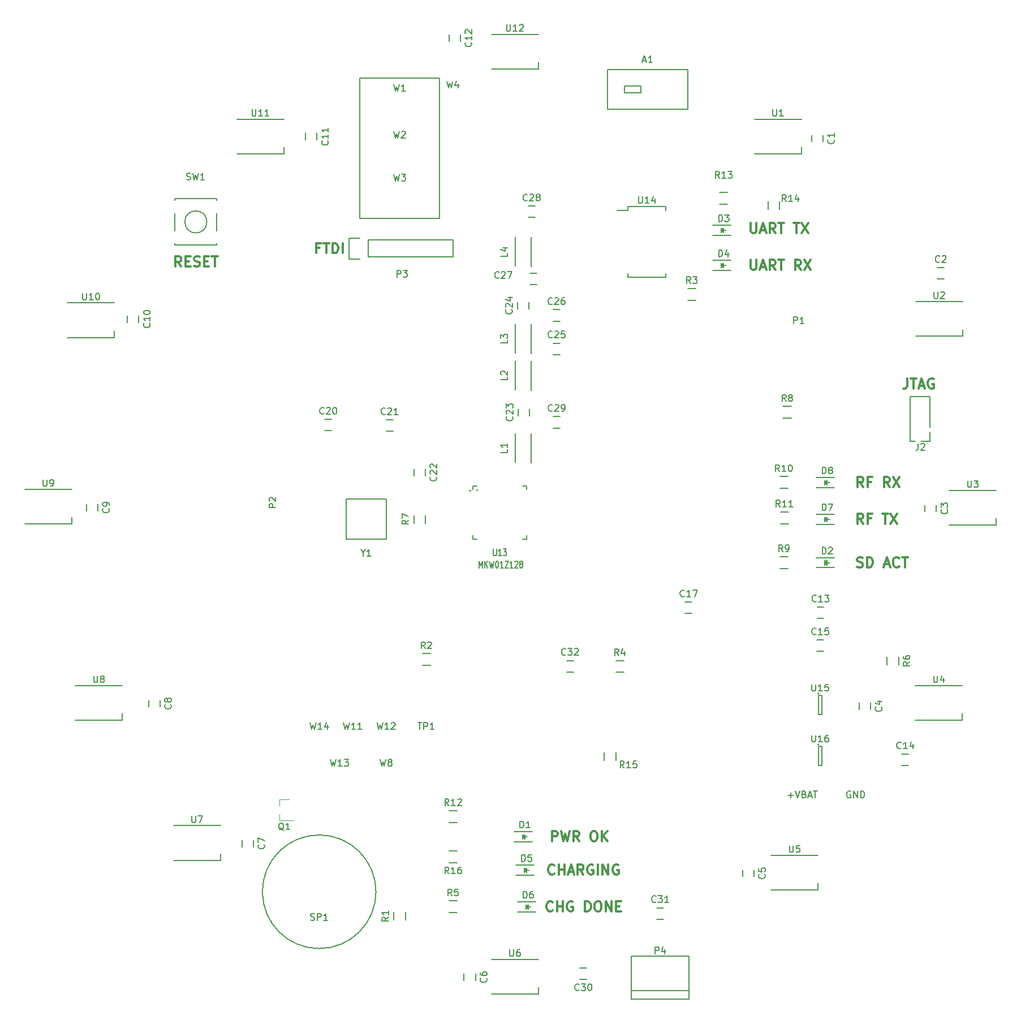
<source format=gto>
G04 #@! TF.GenerationSoftware,KiCad,Pcbnew,(2016-12-18 revision 3ffa37c)-master*
G04 #@! TF.CreationDate,2016-12-20T20:39:12-08:00*
G04 #@! TF.ProjectId,badge-kicad,62616467652D6B696361642E6B696361,rev?*
G04 #@! TF.FileFunction,Legend,Top*
G04 #@! TF.FilePolarity,Positive*
%FSLAX46Y46*%
G04 Gerber Fmt 4.6, Leading zero omitted, Abs format (unit mm)*
G04 Created by KiCad (PCBNEW (2016-12-18 revision 3ffa37c)-master) date Tuesday, December 20, 2016 'PMt' 08:39:12 PM*
%MOMM*%
%LPD*%
G01*
G04 APERTURE LIST*
%ADD10C,0.150000*%
%ADD11C,0.200000*%
%ADD12C,0.300000*%
%ADD13C,0.120000*%
%ADD14C,0.152400*%
%ADD15C,0.127000*%
G04 APERTURE END LIST*
D10*
D11*
X84000000Y-37000000D02*
X84000000Y-40500000D01*
X72000000Y-37000000D02*
X84000000Y-37000000D01*
X72000000Y-40500000D02*
X72000000Y-37000000D01*
D12*
X45321428Y-65178571D02*
X44821428Y-64464285D01*
X44464285Y-65178571D02*
X44464285Y-63678571D01*
X45035714Y-63678571D01*
X45178571Y-63750000D01*
X45250000Y-63821428D01*
X45321428Y-63964285D01*
X45321428Y-64178571D01*
X45250000Y-64321428D01*
X45178571Y-64392857D01*
X45035714Y-64464285D01*
X44464285Y-64464285D01*
X45964285Y-64392857D02*
X46464285Y-64392857D01*
X46678571Y-65178571D02*
X45964285Y-65178571D01*
X45964285Y-63678571D01*
X46678571Y-63678571D01*
X47250000Y-65107142D02*
X47464285Y-65178571D01*
X47821428Y-65178571D01*
X47964285Y-65107142D01*
X48035714Y-65035714D01*
X48107142Y-64892857D01*
X48107142Y-64750000D01*
X48035714Y-64607142D01*
X47964285Y-64535714D01*
X47821428Y-64464285D01*
X47535714Y-64392857D01*
X47392857Y-64321428D01*
X47321428Y-64250000D01*
X47250000Y-64107142D01*
X47250000Y-63964285D01*
X47321428Y-63821428D01*
X47392857Y-63750000D01*
X47535714Y-63678571D01*
X47892857Y-63678571D01*
X48107142Y-63750000D01*
X48750000Y-64392857D02*
X49250000Y-64392857D01*
X49464285Y-65178571D02*
X48750000Y-65178571D01*
X48750000Y-63678571D01*
X49464285Y-63678571D01*
X49892857Y-63678571D02*
X50750000Y-63678571D01*
X50321428Y-65178571D02*
X50321428Y-63678571D01*
D11*
X72000000Y-40500000D02*
X72000000Y-42000000D01*
X84000000Y-58000000D02*
X84000000Y-40500000D01*
X72000000Y-58000000D02*
X84000000Y-58000000D01*
X72000000Y-41000000D02*
X72000000Y-58000000D01*
D12*
X154000000Y-81928571D02*
X154000000Y-83000000D01*
X153928571Y-83214285D01*
X153785714Y-83357142D01*
X153571428Y-83428571D01*
X153428571Y-83428571D01*
X154500000Y-81928571D02*
X155357142Y-81928571D01*
X154928571Y-83428571D02*
X154928571Y-81928571D01*
X155785714Y-83000000D02*
X156500000Y-83000000D01*
X155642857Y-83428571D02*
X156142857Y-81928571D01*
X156642857Y-83428571D01*
X157928571Y-82000000D02*
X157785714Y-81928571D01*
X157571428Y-81928571D01*
X157357142Y-82000000D01*
X157214285Y-82142857D01*
X157142857Y-82285714D01*
X157071428Y-82571428D01*
X157071428Y-82785714D01*
X157142857Y-83071428D01*
X157214285Y-83214285D01*
X157357142Y-83357142D01*
X157571428Y-83428571D01*
X157714285Y-83428571D01*
X157928571Y-83357142D01*
X158000000Y-83285714D01*
X158000000Y-82785714D01*
X157714285Y-82785714D01*
X101159285Y-156035714D02*
X101087857Y-156107142D01*
X100873571Y-156178571D01*
X100730714Y-156178571D01*
X100516428Y-156107142D01*
X100373571Y-155964285D01*
X100302142Y-155821428D01*
X100230714Y-155535714D01*
X100230714Y-155321428D01*
X100302142Y-155035714D01*
X100373571Y-154892857D01*
X100516428Y-154750000D01*
X100730714Y-154678571D01*
X100873571Y-154678571D01*
X101087857Y-154750000D01*
X101159285Y-154821428D01*
X101802142Y-156178571D02*
X101802142Y-154678571D01*
X101802142Y-155392857D02*
X102659285Y-155392857D01*
X102659285Y-156178571D02*
X102659285Y-154678571D01*
X103302142Y-155750000D02*
X104016428Y-155750000D01*
X103159285Y-156178571D02*
X103659285Y-154678571D01*
X104159285Y-156178571D01*
X105516428Y-156178571D02*
X105016428Y-155464285D01*
X104659285Y-156178571D02*
X104659285Y-154678571D01*
X105230714Y-154678571D01*
X105373571Y-154750000D01*
X105445000Y-154821428D01*
X105516428Y-154964285D01*
X105516428Y-155178571D01*
X105445000Y-155321428D01*
X105373571Y-155392857D01*
X105230714Y-155464285D01*
X104659285Y-155464285D01*
X106945000Y-154750000D02*
X106802142Y-154678571D01*
X106587857Y-154678571D01*
X106373571Y-154750000D01*
X106230714Y-154892857D01*
X106159285Y-155035714D01*
X106087857Y-155321428D01*
X106087857Y-155535714D01*
X106159285Y-155821428D01*
X106230714Y-155964285D01*
X106373571Y-156107142D01*
X106587857Y-156178571D01*
X106730714Y-156178571D01*
X106945000Y-156107142D01*
X107016428Y-156035714D01*
X107016428Y-155535714D01*
X106730714Y-155535714D01*
X107659285Y-156178571D02*
X107659285Y-154678571D01*
X108373571Y-156178571D02*
X108373571Y-154678571D01*
X109230714Y-156178571D01*
X109230714Y-154678571D01*
X110730714Y-154750000D02*
X110587857Y-154678571D01*
X110373571Y-154678571D01*
X110159285Y-154750000D01*
X110016428Y-154892857D01*
X109945000Y-155035714D01*
X109873571Y-155321428D01*
X109873571Y-155535714D01*
X109945000Y-155821428D01*
X110016428Y-155964285D01*
X110159285Y-156107142D01*
X110373571Y-156178571D01*
X110516428Y-156178571D01*
X110730714Y-156107142D01*
X110802142Y-156035714D01*
X110802142Y-155535714D01*
X110516428Y-155535714D01*
X100909285Y-161535714D02*
X100837857Y-161607142D01*
X100623571Y-161678571D01*
X100480714Y-161678571D01*
X100266428Y-161607142D01*
X100123571Y-161464285D01*
X100052142Y-161321428D01*
X99980714Y-161035714D01*
X99980714Y-160821428D01*
X100052142Y-160535714D01*
X100123571Y-160392857D01*
X100266428Y-160250000D01*
X100480714Y-160178571D01*
X100623571Y-160178571D01*
X100837857Y-160250000D01*
X100909285Y-160321428D01*
X101552142Y-161678571D02*
X101552142Y-160178571D01*
X101552142Y-160892857D02*
X102409285Y-160892857D01*
X102409285Y-161678571D02*
X102409285Y-160178571D01*
X103909285Y-160250000D02*
X103766428Y-160178571D01*
X103552142Y-160178571D01*
X103337857Y-160250000D01*
X103195000Y-160392857D01*
X103123571Y-160535714D01*
X103052142Y-160821428D01*
X103052142Y-161035714D01*
X103123571Y-161321428D01*
X103195000Y-161464285D01*
X103337857Y-161607142D01*
X103552142Y-161678571D01*
X103695000Y-161678571D01*
X103909285Y-161607142D01*
X103980714Y-161535714D01*
X103980714Y-161035714D01*
X103695000Y-161035714D01*
X105766428Y-161678571D02*
X105766428Y-160178571D01*
X106123571Y-160178571D01*
X106337857Y-160250000D01*
X106480714Y-160392857D01*
X106552142Y-160535714D01*
X106623571Y-160821428D01*
X106623571Y-161035714D01*
X106552142Y-161321428D01*
X106480714Y-161464285D01*
X106337857Y-161607142D01*
X106123571Y-161678571D01*
X105766428Y-161678571D01*
X107552142Y-160178571D02*
X107837857Y-160178571D01*
X107980714Y-160250000D01*
X108123571Y-160392857D01*
X108195000Y-160678571D01*
X108195000Y-161178571D01*
X108123571Y-161464285D01*
X107980714Y-161607142D01*
X107837857Y-161678571D01*
X107552142Y-161678571D01*
X107409285Y-161607142D01*
X107266428Y-161464285D01*
X107195000Y-161178571D01*
X107195000Y-160678571D01*
X107266428Y-160392857D01*
X107409285Y-160250000D01*
X107552142Y-160178571D01*
X108837857Y-161678571D02*
X108837857Y-160178571D01*
X109695000Y-161678571D01*
X109695000Y-160178571D01*
X110409285Y-160892857D02*
X110909285Y-160892857D01*
X111123571Y-161678571D02*
X110409285Y-161678571D01*
X110409285Y-160178571D01*
X111123571Y-160178571D01*
X100802142Y-151178571D02*
X100802142Y-149678571D01*
X101373571Y-149678571D01*
X101516428Y-149750000D01*
X101587857Y-149821428D01*
X101659285Y-149964285D01*
X101659285Y-150178571D01*
X101587857Y-150321428D01*
X101516428Y-150392857D01*
X101373571Y-150464285D01*
X100802142Y-150464285D01*
X102159285Y-149678571D02*
X102516428Y-151178571D01*
X102802142Y-150107142D01*
X103087857Y-151178571D01*
X103445000Y-149678571D01*
X104873571Y-151178571D02*
X104373571Y-150464285D01*
X104016428Y-151178571D02*
X104016428Y-149678571D01*
X104587857Y-149678571D01*
X104730714Y-149750000D01*
X104802142Y-149821428D01*
X104873571Y-149964285D01*
X104873571Y-150178571D01*
X104802142Y-150321428D01*
X104730714Y-150392857D01*
X104587857Y-150464285D01*
X104016428Y-150464285D01*
X106945000Y-149678571D02*
X107230714Y-149678571D01*
X107373571Y-149750000D01*
X107516428Y-149892857D01*
X107587857Y-150178571D01*
X107587857Y-150678571D01*
X107516428Y-150964285D01*
X107373571Y-151107142D01*
X107230714Y-151178571D01*
X106945000Y-151178571D01*
X106802142Y-151107142D01*
X106659285Y-150964285D01*
X106587857Y-150678571D01*
X106587857Y-150178571D01*
X106659285Y-149892857D01*
X106802142Y-149750000D01*
X106945000Y-149678571D01*
X108230714Y-151178571D02*
X108230714Y-149678571D01*
X109087857Y-151178571D02*
X108445000Y-150321428D01*
X109087857Y-149678571D02*
X108230714Y-150535714D01*
X66035714Y-62392857D02*
X65535714Y-62392857D01*
X65535714Y-63178571D02*
X65535714Y-61678571D01*
X66250000Y-61678571D01*
X66607142Y-61678571D02*
X67464285Y-61678571D01*
X67035714Y-63178571D02*
X67035714Y-61678571D01*
X67964285Y-63178571D02*
X67964285Y-61678571D01*
X68321428Y-61678571D01*
X68535714Y-61750000D01*
X68678571Y-61892857D01*
X68750000Y-62035714D01*
X68821428Y-62321428D01*
X68821428Y-62535714D01*
X68750000Y-62821428D01*
X68678571Y-62964285D01*
X68535714Y-63107142D01*
X68321428Y-63178571D01*
X67964285Y-63178571D01*
X69464285Y-63178571D02*
X69464285Y-61678571D01*
X130552142Y-64178571D02*
X130552142Y-65392857D01*
X130623571Y-65535714D01*
X130695000Y-65607142D01*
X130837857Y-65678571D01*
X131123571Y-65678571D01*
X131266428Y-65607142D01*
X131337857Y-65535714D01*
X131409285Y-65392857D01*
X131409285Y-64178571D01*
X132052142Y-65250000D02*
X132766428Y-65250000D01*
X131909285Y-65678571D02*
X132409285Y-64178571D01*
X132909285Y-65678571D01*
X134266428Y-65678571D02*
X133766428Y-64964285D01*
X133409285Y-65678571D02*
X133409285Y-64178571D01*
X133980714Y-64178571D01*
X134123571Y-64250000D01*
X134195000Y-64321428D01*
X134266428Y-64464285D01*
X134266428Y-64678571D01*
X134195000Y-64821428D01*
X134123571Y-64892857D01*
X133980714Y-64964285D01*
X133409285Y-64964285D01*
X134695000Y-64178571D02*
X135552142Y-64178571D01*
X135123571Y-65678571D02*
X135123571Y-64178571D01*
X138052142Y-65678571D02*
X137552142Y-64964285D01*
X137195000Y-65678571D02*
X137195000Y-64178571D01*
X137766428Y-64178571D01*
X137909285Y-64250000D01*
X137980714Y-64321428D01*
X138052142Y-64464285D01*
X138052142Y-64678571D01*
X137980714Y-64821428D01*
X137909285Y-64892857D01*
X137766428Y-64964285D01*
X137195000Y-64964285D01*
X138552142Y-64178571D02*
X139552142Y-65678571D01*
X139552142Y-64178571D02*
X138552142Y-65678571D01*
X130552142Y-58678571D02*
X130552142Y-59892857D01*
X130623571Y-60035714D01*
X130695000Y-60107142D01*
X130837857Y-60178571D01*
X131123571Y-60178571D01*
X131266428Y-60107142D01*
X131337857Y-60035714D01*
X131409285Y-59892857D01*
X131409285Y-58678571D01*
X132052142Y-59750000D02*
X132766428Y-59750000D01*
X131909285Y-60178571D02*
X132409285Y-58678571D01*
X132909285Y-60178571D01*
X134266428Y-60178571D02*
X133766428Y-59464285D01*
X133409285Y-60178571D02*
X133409285Y-58678571D01*
X133980714Y-58678571D01*
X134123571Y-58750000D01*
X134195000Y-58821428D01*
X134266428Y-58964285D01*
X134266428Y-59178571D01*
X134195000Y-59321428D01*
X134123571Y-59392857D01*
X133980714Y-59464285D01*
X133409285Y-59464285D01*
X134695000Y-58678571D02*
X135552142Y-58678571D01*
X135123571Y-60178571D02*
X135123571Y-58678571D01*
X136980714Y-58678571D02*
X137837857Y-58678571D01*
X137409285Y-60178571D02*
X137409285Y-58678571D01*
X138195000Y-58678571D02*
X139195000Y-60178571D01*
X139195000Y-58678571D02*
X138195000Y-60178571D01*
X146480714Y-110107142D02*
X146695000Y-110178571D01*
X147052142Y-110178571D01*
X147195000Y-110107142D01*
X147266428Y-110035714D01*
X147337857Y-109892857D01*
X147337857Y-109750000D01*
X147266428Y-109607142D01*
X147195000Y-109535714D01*
X147052142Y-109464285D01*
X146766428Y-109392857D01*
X146623571Y-109321428D01*
X146552142Y-109250000D01*
X146480714Y-109107142D01*
X146480714Y-108964285D01*
X146552142Y-108821428D01*
X146623571Y-108750000D01*
X146766428Y-108678571D01*
X147123571Y-108678571D01*
X147337857Y-108750000D01*
X147980714Y-110178571D02*
X147980714Y-108678571D01*
X148337857Y-108678571D01*
X148552142Y-108750000D01*
X148695000Y-108892857D01*
X148766428Y-109035714D01*
X148837857Y-109321428D01*
X148837857Y-109535714D01*
X148766428Y-109821428D01*
X148695000Y-109964285D01*
X148552142Y-110107142D01*
X148337857Y-110178571D01*
X147980714Y-110178571D01*
X150552142Y-109750000D02*
X151266428Y-109750000D01*
X150409285Y-110178571D02*
X150909285Y-108678571D01*
X151409285Y-110178571D01*
X152766428Y-110035714D02*
X152695000Y-110107142D01*
X152480714Y-110178571D01*
X152337857Y-110178571D01*
X152123571Y-110107142D01*
X151980714Y-109964285D01*
X151909285Y-109821428D01*
X151837857Y-109535714D01*
X151837857Y-109321428D01*
X151909285Y-109035714D01*
X151980714Y-108892857D01*
X152123571Y-108750000D01*
X152337857Y-108678571D01*
X152480714Y-108678571D01*
X152695000Y-108750000D01*
X152766428Y-108821428D01*
X153195000Y-108678571D02*
X154052142Y-108678571D01*
X153623571Y-110178571D02*
X153623571Y-108678571D01*
X147409285Y-103678571D02*
X146909285Y-102964285D01*
X146552142Y-103678571D02*
X146552142Y-102178571D01*
X147123571Y-102178571D01*
X147266428Y-102250000D01*
X147337857Y-102321428D01*
X147409285Y-102464285D01*
X147409285Y-102678571D01*
X147337857Y-102821428D01*
X147266428Y-102892857D01*
X147123571Y-102964285D01*
X146552142Y-102964285D01*
X148552142Y-102892857D02*
X148052142Y-102892857D01*
X148052142Y-103678571D02*
X148052142Y-102178571D01*
X148766428Y-102178571D01*
X150266428Y-102178571D02*
X151123571Y-102178571D01*
X150695000Y-103678571D02*
X150695000Y-102178571D01*
X151480714Y-102178571D02*
X152480714Y-103678571D01*
X152480714Y-102178571D02*
X151480714Y-103678571D01*
X147409285Y-98178571D02*
X146909285Y-97464285D01*
X146552142Y-98178571D02*
X146552142Y-96678571D01*
X147123571Y-96678571D01*
X147266428Y-96750000D01*
X147337857Y-96821428D01*
X147409285Y-96964285D01*
X147409285Y-97178571D01*
X147337857Y-97321428D01*
X147266428Y-97392857D01*
X147123571Y-97464285D01*
X146552142Y-97464285D01*
X148552142Y-97392857D02*
X148052142Y-97392857D01*
X148052142Y-98178571D02*
X148052142Y-96678571D01*
X148766428Y-96678571D01*
X151337857Y-98178571D02*
X150837857Y-97464285D01*
X150480714Y-98178571D02*
X150480714Y-96678571D01*
X151052142Y-96678571D01*
X151195000Y-96750000D01*
X151266428Y-96821428D01*
X151337857Y-96964285D01*
X151337857Y-97178571D01*
X151266428Y-97321428D01*
X151195000Y-97392857D01*
X151052142Y-97464285D01*
X150480714Y-97464285D01*
X151837857Y-96678571D02*
X152837857Y-98178571D01*
X152837857Y-96678571D02*
X151837857Y-98178571D01*
D10*
X21900000Y-98500000D02*
X28900000Y-98500000D01*
X21900000Y-103700000D02*
X28900000Y-103700000D01*
X28900000Y-103700000D02*
X28900000Y-102700000D01*
X160290000Y-98670000D02*
X167290000Y-98670000D01*
X160290000Y-103870000D02*
X167290000Y-103870000D01*
X167290000Y-103870000D02*
X167290000Y-102870000D01*
X95150000Y-151250000D02*
X97850000Y-151250000D01*
X95150000Y-149750000D02*
X97850000Y-149750000D01*
X96650000Y-150650000D02*
X96650000Y-150400000D01*
X96650000Y-150400000D02*
X96500000Y-150550000D01*
X96400000Y-150150000D02*
X96400000Y-150850000D01*
X96750000Y-150500000D02*
X97100000Y-150500000D01*
X96400000Y-150500000D02*
X96750000Y-150150000D01*
X96750000Y-150150000D02*
X96750000Y-150850000D01*
X96750000Y-150850000D02*
X96400000Y-150500000D01*
X142000000Y-109850000D02*
X141650000Y-109500000D01*
X142000000Y-109150000D02*
X142000000Y-109850000D01*
X141650000Y-109500000D02*
X142000000Y-109150000D01*
X142000000Y-109500000D02*
X142350000Y-109500000D01*
X141650000Y-109150000D02*
X141650000Y-109850000D01*
X141900000Y-109400000D02*
X141750000Y-109550000D01*
X141900000Y-109650000D02*
X141900000Y-109400000D01*
X140400000Y-108750000D02*
X143100000Y-108750000D01*
X140400000Y-110250000D02*
X143100000Y-110250000D01*
X124900000Y-60500000D02*
X127600000Y-60500000D01*
X124900000Y-59000000D02*
X127600000Y-59000000D01*
X126400000Y-59900000D02*
X126400000Y-59650000D01*
X126400000Y-59650000D02*
X126250000Y-59800000D01*
X126150000Y-59400000D02*
X126150000Y-60100000D01*
X126500000Y-59750000D02*
X126850000Y-59750000D01*
X126150000Y-59750000D02*
X126500000Y-59400000D01*
X126500000Y-59400000D02*
X126500000Y-60100000D01*
X126500000Y-60100000D02*
X126150000Y-59750000D01*
X126500000Y-65350000D02*
X126150000Y-65000000D01*
X126500000Y-64650000D02*
X126500000Y-65350000D01*
X126150000Y-65000000D02*
X126500000Y-64650000D01*
X126500000Y-65000000D02*
X126850000Y-65000000D01*
X126150000Y-64650000D02*
X126150000Y-65350000D01*
X126400000Y-64900000D02*
X126250000Y-65050000D01*
X126400000Y-65150000D02*
X126400000Y-64900000D01*
X124900000Y-64250000D02*
X127600000Y-64250000D01*
X124900000Y-65750000D02*
X127600000Y-65750000D01*
X95650000Y-161750000D02*
X98350000Y-161750000D01*
X95650000Y-160250000D02*
X98350000Y-160250000D01*
X97150000Y-161150000D02*
X97150000Y-160900000D01*
X97150000Y-160900000D02*
X97000000Y-161050000D01*
X96900000Y-160650000D02*
X96900000Y-161350000D01*
X97250000Y-161000000D02*
X97600000Y-161000000D01*
X96900000Y-161000000D02*
X97250000Y-160650000D01*
X97250000Y-160650000D02*
X97250000Y-161350000D01*
X97250000Y-161350000D02*
X96900000Y-161000000D01*
X142000000Y-103350000D02*
X141650000Y-103000000D01*
X142000000Y-102650000D02*
X142000000Y-103350000D01*
X141650000Y-103000000D02*
X142000000Y-102650000D01*
X142000000Y-103000000D02*
X142350000Y-103000000D01*
X141650000Y-102650000D02*
X141650000Y-103350000D01*
X141900000Y-102900000D02*
X141750000Y-103050000D01*
X141900000Y-103150000D02*
X141900000Y-102900000D01*
X140400000Y-102250000D02*
X143100000Y-102250000D01*
X140400000Y-103750000D02*
X143100000Y-103750000D01*
X140400000Y-98250000D02*
X143100000Y-98250000D01*
X140400000Y-96750000D02*
X143100000Y-96750000D01*
X141900000Y-97650000D02*
X141900000Y-97400000D01*
X141900000Y-97400000D02*
X141750000Y-97550000D01*
X141650000Y-97150000D02*
X141650000Y-97850000D01*
X142000000Y-97500000D02*
X142350000Y-97500000D01*
X141650000Y-97500000D02*
X142000000Y-97150000D01*
X142000000Y-97150000D02*
X142000000Y-97850000D01*
X142000000Y-97850000D02*
X141650000Y-97500000D01*
X97000000Y-155850000D02*
X96650000Y-155500000D01*
X97000000Y-155150000D02*
X97000000Y-155850000D01*
X96650000Y-155500000D02*
X97000000Y-155150000D01*
X97000000Y-155500000D02*
X97350000Y-155500000D01*
X96650000Y-155150000D02*
X96650000Y-155850000D01*
X96900000Y-155400000D02*
X96750000Y-155550000D01*
X96900000Y-155650000D02*
X96900000Y-155400000D01*
X95400000Y-154750000D02*
X98100000Y-154750000D01*
X95400000Y-156250000D02*
X98100000Y-156250000D01*
X157350000Y-91300000D02*
X157350000Y-90000000D01*
X156000000Y-91300000D02*
X157350000Y-91300000D01*
X157350000Y-84650000D02*
X157350000Y-89200000D01*
X154400000Y-84650000D02*
X157350000Y-84650000D01*
X154400000Y-84650000D02*
X154400000Y-91300000D01*
X154400000Y-91300000D02*
X155200000Y-91300000D01*
D13*
X59990000Y-144920000D02*
X61450000Y-144920000D01*
X59990000Y-148080000D02*
X62150000Y-148080000D01*
X59990000Y-148080000D02*
X59990000Y-147150000D01*
X59990000Y-144920000D02*
X59990000Y-145850000D01*
D10*
X134900000Y-96625000D02*
X136100000Y-96625000D01*
X136100000Y-98375000D02*
X134900000Y-98375000D01*
X70000000Y-106000000D02*
X70000000Y-100000000D01*
X76000000Y-106000000D02*
X70000000Y-106000000D01*
X76000000Y-100000000D02*
X76000000Y-106000000D01*
X70000000Y-100000000D02*
X76000000Y-100000000D01*
X129325000Y-155480000D02*
X129325000Y-156480000D01*
X131025000Y-156480000D02*
X131025000Y-155480000D01*
X89350000Y-172000000D02*
X89350000Y-171000000D01*
X87650000Y-171000000D02*
X87650000Y-172000000D01*
X54395000Y-151035000D02*
X54395000Y-152035000D01*
X56095000Y-152035000D02*
X56095000Y-151035000D01*
X42125000Y-131080000D02*
X42125000Y-130080000D01*
X40425000Y-130080000D02*
X40425000Y-131080000D01*
X31150000Y-100750000D02*
X31150000Y-101750000D01*
X32850000Y-101750000D02*
X32850000Y-100750000D01*
X38950000Y-73525000D02*
X38950000Y-72525000D01*
X37250000Y-72525000D02*
X37250000Y-73525000D01*
X63920000Y-45220000D02*
X63920000Y-46220000D01*
X65620000Y-46220000D02*
X65620000Y-45220000D01*
X87100000Y-31500000D02*
X87100000Y-30500000D01*
X85400000Y-30500000D02*
X85400000Y-31500000D01*
X140500000Y-117850000D02*
X141500000Y-117850000D01*
X141500000Y-116150000D02*
X140500000Y-116150000D01*
X154185000Y-138138000D02*
X153185000Y-138138000D01*
X153185000Y-139838000D02*
X154185000Y-139838000D01*
X140470000Y-122770000D02*
X141470000Y-122770000D01*
X141470000Y-121070000D02*
X140470000Y-121070000D01*
X121750000Y-115400000D02*
X120750000Y-115400000D01*
X120750000Y-117100000D02*
X121750000Y-117100000D01*
X156630000Y-100870000D02*
X156630000Y-101870000D01*
X158330000Y-101870000D02*
X158330000Y-100870000D01*
X67810000Y-88050000D02*
X66810000Y-88050000D01*
X66810000Y-89750000D02*
X67810000Y-89750000D01*
X76000000Y-89850000D02*
X77000000Y-89850000D01*
X77000000Y-88150000D02*
X76000000Y-88150000D01*
X81850000Y-96500000D02*
X81850000Y-95500000D01*
X80150000Y-95500000D02*
X80150000Y-96500000D01*
X97450000Y-87500000D02*
X97450000Y-86500000D01*
X95750000Y-86500000D02*
X95750000Y-87500000D01*
X95650000Y-70500000D02*
X95650000Y-71500000D01*
X97350000Y-71500000D02*
X97350000Y-70500000D01*
X101000000Y-78350000D02*
X102000000Y-78350000D01*
X102000000Y-76650000D02*
X101000000Y-76650000D01*
X102000000Y-71650000D02*
X101000000Y-71650000D01*
X101000000Y-73350000D02*
X102000000Y-73350000D01*
X97500000Y-67850000D02*
X98500000Y-67850000D01*
X98500000Y-66150000D02*
X97500000Y-66150000D01*
X98250000Y-56150000D02*
X97250000Y-56150000D01*
X97250000Y-57850000D02*
X98250000Y-57850000D01*
X101000000Y-89350000D02*
X102000000Y-89350000D01*
X102000000Y-87650000D02*
X101000000Y-87650000D01*
X105000000Y-171850000D02*
X106000000Y-171850000D01*
X106000000Y-170150000D02*
X105000000Y-170150000D01*
X116500000Y-162850000D02*
X117500000Y-162850000D01*
X117500000Y-161150000D02*
X116500000Y-161150000D01*
X104000000Y-124150000D02*
X103000000Y-124150000D01*
X103000000Y-125850000D02*
X104000000Y-125850000D01*
X146800000Y-130450000D02*
X146800000Y-131450000D01*
X148500000Y-131450000D02*
X148500000Y-130450000D01*
X141350000Y-46500000D02*
X141350000Y-45500000D01*
X139650000Y-45500000D02*
X139650000Y-46500000D01*
X158500000Y-67050000D02*
X159500000Y-67050000D01*
X159500000Y-65350000D02*
X158500000Y-65350000D01*
X112649100Y-174817460D02*
X112649100Y-168412460D01*
X121349100Y-173587460D02*
X112649100Y-173587460D01*
X121349100Y-168412460D02*
X121349100Y-174817460D01*
X112649100Y-168412460D02*
X121349100Y-168412460D01*
X112649100Y-174817460D02*
X121349100Y-174817460D01*
X86600000Y-154375000D02*
X85400000Y-154375000D01*
X85400000Y-152625000D02*
X86600000Y-152625000D01*
X108625000Y-139100000D02*
X108625000Y-137900000D01*
X110375000Y-137900000D02*
X110375000Y-139100000D01*
X134875000Y-55400000D02*
X134875000Y-56600000D01*
X133125000Y-56600000D02*
X133125000Y-55400000D01*
X125900000Y-54125000D02*
X127100000Y-54125000D01*
X127100000Y-55875000D02*
X125900000Y-55875000D01*
X85400000Y-146625000D02*
X86600000Y-146625000D01*
X86600000Y-148375000D02*
X85400000Y-148375000D01*
X78875000Y-161800000D02*
X78875000Y-163000000D01*
X77125000Y-163000000D02*
X77125000Y-161800000D01*
X135000000Y-101925000D02*
X136200000Y-101925000D01*
X136200000Y-103675000D02*
X135000000Y-103675000D01*
X82600000Y-124875000D02*
X81400000Y-124875000D01*
X81400000Y-123125000D02*
X82600000Y-123125000D01*
X121150000Y-68475000D02*
X122350000Y-68475000D01*
X122350000Y-70225000D02*
X121150000Y-70225000D01*
X111575000Y-125913000D02*
X110375000Y-125913000D01*
X110375000Y-124163000D02*
X111575000Y-124163000D01*
X85400000Y-160125000D02*
X86600000Y-160125000D01*
X86600000Y-161875000D02*
X85400000Y-161875000D01*
X150935000Y-124780000D02*
X150935000Y-123580000D01*
X152685000Y-123580000D02*
X152685000Y-124780000D01*
X80125000Y-103600000D02*
X80125000Y-102400000D01*
X81875000Y-102400000D02*
X81875000Y-103600000D01*
X136600000Y-87875000D02*
X135400000Y-87875000D01*
X135400000Y-86125000D02*
X136600000Y-86125000D01*
X134900000Y-108625000D02*
X136100000Y-108625000D01*
X136100000Y-110375000D02*
X134900000Y-110375000D01*
X73270000Y-61230000D02*
X85970000Y-61230000D01*
X85970000Y-61230000D02*
X85970000Y-63770000D01*
X85970000Y-63770000D02*
X73270000Y-63770000D01*
X70450000Y-60950000D02*
X72000000Y-60950000D01*
X73270000Y-61230000D02*
X73270000Y-63770000D01*
X72000000Y-64050000D02*
X70450000Y-64050000D01*
X70450000Y-64050000D02*
X70450000Y-60950000D01*
X140720000Y-129360000D02*
X140720000Y-132260000D01*
X140720000Y-132260000D02*
X141220000Y-132260000D01*
X141220000Y-132260000D02*
X141220000Y-129360000D01*
X141220000Y-129360000D02*
X140720000Y-129360000D01*
X140770000Y-129110000D02*
G75*
G03X140770000Y-129110000I-100000J0D01*
G01*
X140770000Y-136730000D02*
G75*
G03X140770000Y-136730000I-100000J0D01*
G01*
X141220000Y-136980000D02*
X140720000Y-136980000D01*
X141220000Y-139880000D02*
X141220000Y-136980000D01*
X140720000Y-139880000D02*
X141220000Y-139880000D01*
X140720000Y-136980000D02*
X140720000Y-139880000D01*
X120624000Y-41670000D02*
X109624000Y-41670000D01*
X109124000Y-41270000D02*
X109124000Y-36170000D01*
X109624000Y-35670000D02*
X120624000Y-35670000D01*
X121124000Y-36170000D02*
X121124000Y-41270000D01*
X113124000Y-39170000D02*
X111624000Y-39170000D01*
X111624000Y-39170000D02*
X111624000Y-38170000D01*
X111624000Y-38170000D02*
X114124000Y-38170000D01*
X114124000Y-38170000D02*
X114124000Y-39170000D01*
X114124000Y-39170000D02*
X113124000Y-39170000D01*
X109624000Y-41670000D02*
X109124000Y-41670000D01*
X109124000Y-41670000D02*
X109124000Y-41170000D01*
X109124000Y-41170000D02*
X109124000Y-35670000D01*
X109124000Y-35670000D02*
X109624000Y-35670000D01*
X120124000Y-35670000D02*
X121124000Y-35670000D01*
X121124000Y-35670000D02*
X121124000Y-36170000D01*
X121124000Y-36170000D02*
X121124000Y-41670000D01*
X121124000Y-41670000D02*
X120624000Y-41670000D01*
X74460000Y-158750000D02*
G75*
G03X74460000Y-158750000I-8500000J0D01*
G01*
X112125000Y-56175000D02*
X112125000Y-56825000D01*
X117875000Y-56175000D02*
X117875000Y-56825000D01*
X117875000Y-66825000D02*
X117875000Y-66175000D01*
X112125000Y-66825000D02*
X112125000Y-66175000D01*
X112125000Y-56175000D02*
X117875000Y-56175000D01*
X112125000Y-66825000D02*
X117875000Y-66825000D01*
X112125000Y-56825000D02*
X110525000Y-56825000D01*
X162250000Y-75625000D02*
X162250000Y-74625000D01*
X155250000Y-75625000D02*
X162250000Y-75625000D01*
X155250000Y-70425000D02*
X162250000Y-70425000D01*
X131120000Y-43120000D02*
X138120000Y-43120000D01*
X131120000Y-48320000D02*
X138120000Y-48320000D01*
X138120000Y-48320000D02*
X138120000Y-47320000D01*
D14*
X88491754Y-98750070D02*
G75*
G02X88491754Y-98750070I76200J0D01*
G01*
X88999500Y-105426460D02*
X88999500Y-106000500D01*
X88999500Y-106000500D02*
X89573540Y-106000500D01*
X97000500Y-106000500D02*
X97000500Y-105426460D01*
X97000500Y-97999500D02*
X96426460Y-97999500D01*
X88999500Y-97999500D02*
X88999500Y-98522740D01*
X89554490Y-98714764D02*
X89714764Y-98554490D01*
X96426460Y-106000500D02*
X97000500Y-106000500D01*
X97000500Y-98573540D02*
X97000500Y-97999500D01*
X89573540Y-97999500D02*
X88999500Y-97999500D01*
D10*
X50650000Y-61700000D02*
X50650000Y-61950000D01*
X50650000Y-61950000D02*
X44350000Y-61950000D01*
X44350000Y-61950000D02*
X44350000Y-61700000D01*
X50650000Y-57200000D02*
X50650000Y-59800000D01*
X44350000Y-55300000D02*
X44350000Y-55050000D01*
X44350000Y-55050000D02*
X50650000Y-55050000D01*
X50650000Y-55050000D02*
X50650000Y-55300000D01*
X44350000Y-59800000D02*
X44350000Y-57200000D01*
X49150000Y-58500000D02*
G75*
G03X49150000Y-58500000I-1650000J0D01*
G01*
X95301120Y-79300360D02*
X95301120Y-83600580D01*
X97698880Y-79300360D02*
X97698880Y-83699640D01*
X97698880Y-60800360D02*
X97698880Y-65199640D01*
X95301120Y-60800360D02*
X95301120Y-65100580D01*
X95301120Y-73800360D02*
X95301120Y-78100580D01*
X97698880Y-73800360D02*
X97698880Y-78199640D01*
X97698880Y-90174760D02*
X97698880Y-94574040D01*
X95301120Y-90174760D02*
X95301120Y-94474980D01*
X35300000Y-75800000D02*
X35300000Y-74800000D01*
X28300000Y-75800000D02*
X35300000Y-75800000D01*
X28300000Y-70600000D02*
X35300000Y-70600000D01*
X36480000Y-133080000D02*
X36480000Y-132080000D01*
X29480000Y-133080000D02*
X36480000Y-133080000D01*
X29480000Y-127880000D02*
X36480000Y-127880000D01*
X44165000Y-148835000D02*
X51165000Y-148835000D01*
X44165000Y-154035000D02*
X51165000Y-154035000D01*
X51165000Y-154035000D02*
X51165000Y-153035000D01*
X98750000Y-174050000D02*
X98750000Y-173050000D01*
X91750000Y-174050000D02*
X98750000Y-174050000D01*
X91750000Y-168850000D02*
X98750000Y-168850000D01*
X133620000Y-153280000D02*
X140620000Y-153280000D01*
X133620000Y-158480000D02*
X140620000Y-158480000D01*
X140620000Y-158480000D02*
X140620000Y-157480000D01*
X162210000Y-133080000D02*
X162210000Y-132080000D01*
X155210000Y-133080000D02*
X162210000Y-133080000D01*
X155210000Y-127880000D02*
X162210000Y-127880000D01*
X91750000Y-30420000D02*
X98750000Y-30420000D01*
X91750000Y-35620000D02*
X98750000Y-35620000D01*
X98750000Y-35620000D02*
X98750000Y-34620000D01*
X53650000Y-43120000D02*
X60650000Y-43120000D01*
X53650000Y-48320000D02*
X60650000Y-48320000D01*
X60650000Y-48320000D02*
X60650000Y-47320000D01*
X24638095Y-97052380D02*
X24638095Y-97861904D01*
X24685714Y-97957142D01*
X24733333Y-98004761D01*
X24828571Y-98052380D01*
X25019047Y-98052380D01*
X25114285Y-98004761D01*
X25161904Y-97957142D01*
X25209523Y-97861904D01*
X25209523Y-97052380D01*
X25733333Y-98052380D02*
X25923809Y-98052380D01*
X26019047Y-98004761D01*
X26066666Y-97957142D01*
X26161904Y-97814285D01*
X26209523Y-97623809D01*
X26209523Y-97242857D01*
X26161904Y-97147619D01*
X26114285Y-97100000D01*
X26019047Y-97052380D01*
X25828571Y-97052380D01*
X25733333Y-97100000D01*
X25685714Y-97147619D01*
X25638095Y-97242857D01*
X25638095Y-97480952D01*
X25685714Y-97576190D01*
X25733333Y-97623809D01*
X25828571Y-97671428D01*
X26019047Y-97671428D01*
X26114285Y-97623809D01*
X26161904Y-97576190D01*
X26209523Y-97480952D01*
X136130952Y-144321428D02*
X136892857Y-144321428D01*
X136511904Y-144702380D02*
X136511904Y-143940476D01*
X137226190Y-143702380D02*
X137559523Y-144702380D01*
X137892857Y-143702380D01*
X138559523Y-144178571D02*
X138702380Y-144226190D01*
X138750000Y-144273809D01*
X138797619Y-144369047D01*
X138797619Y-144511904D01*
X138750000Y-144607142D01*
X138702380Y-144654761D01*
X138607142Y-144702380D01*
X138226190Y-144702380D01*
X138226190Y-143702380D01*
X138559523Y-143702380D01*
X138654761Y-143750000D01*
X138702380Y-143797619D01*
X138750000Y-143892857D01*
X138750000Y-143988095D01*
X138702380Y-144083333D01*
X138654761Y-144130952D01*
X138559523Y-144178571D01*
X138226190Y-144178571D01*
X139178571Y-144416666D02*
X139654761Y-144416666D01*
X139083333Y-144702380D02*
X139416666Y-143702380D01*
X139750000Y-144702380D01*
X139940476Y-143702380D02*
X140511904Y-143702380D01*
X140226190Y-144702380D02*
X140226190Y-143702380D01*
X145488095Y-143750000D02*
X145392857Y-143702380D01*
X145250000Y-143702380D01*
X145107142Y-143750000D01*
X145011904Y-143845238D01*
X144964285Y-143940476D01*
X144916666Y-144130952D01*
X144916666Y-144273809D01*
X144964285Y-144464285D01*
X145011904Y-144559523D01*
X145107142Y-144654761D01*
X145250000Y-144702380D01*
X145345238Y-144702380D01*
X145488095Y-144654761D01*
X145535714Y-144607142D01*
X145535714Y-144273809D01*
X145345238Y-144273809D01*
X145964285Y-144702380D02*
X145964285Y-143702380D01*
X146535714Y-144702380D01*
X146535714Y-143702380D01*
X147011904Y-144702380D02*
X147011904Y-143702380D01*
X147250000Y-143702380D01*
X147392857Y-143750000D01*
X147488095Y-143845238D01*
X147535714Y-143940476D01*
X147583333Y-144130952D01*
X147583333Y-144273809D01*
X147535714Y-144464285D01*
X147488095Y-144559523D01*
X147392857Y-144654761D01*
X147250000Y-144702380D01*
X147011904Y-144702380D01*
X163028095Y-97222380D02*
X163028095Y-98031904D01*
X163075714Y-98127142D01*
X163123333Y-98174761D01*
X163218571Y-98222380D01*
X163409047Y-98222380D01*
X163504285Y-98174761D01*
X163551904Y-98127142D01*
X163599523Y-98031904D01*
X163599523Y-97222380D01*
X163980476Y-97222380D02*
X164599523Y-97222380D01*
X164266190Y-97603333D01*
X164409047Y-97603333D01*
X164504285Y-97650952D01*
X164551904Y-97698571D01*
X164599523Y-97793809D01*
X164599523Y-98031904D01*
X164551904Y-98127142D01*
X164504285Y-98174761D01*
X164409047Y-98222380D01*
X164123333Y-98222380D01*
X164028095Y-98174761D01*
X163980476Y-98127142D01*
X96011904Y-149202380D02*
X96011904Y-148202380D01*
X96250000Y-148202380D01*
X96392857Y-148250000D01*
X96488095Y-148345238D01*
X96535714Y-148440476D01*
X96583333Y-148630952D01*
X96583333Y-148773809D01*
X96535714Y-148964285D01*
X96488095Y-149059523D01*
X96392857Y-149154761D01*
X96250000Y-149202380D01*
X96011904Y-149202380D01*
X97535714Y-149202380D02*
X96964285Y-149202380D01*
X97250000Y-149202380D02*
X97250000Y-148202380D01*
X97154761Y-148345238D01*
X97059523Y-148440476D01*
X96964285Y-148488095D01*
X141261904Y-108202380D02*
X141261904Y-107202380D01*
X141500000Y-107202380D01*
X141642857Y-107250000D01*
X141738095Y-107345238D01*
X141785714Y-107440476D01*
X141833333Y-107630952D01*
X141833333Y-107773809D01*
X141785714Y-107964285D01*
X141738095Y-108059523D01*
X141642857Y-108154761D01*
X141500000Y-108202380D01*
X141261904Y-108202380D01*
X142214285Y-107297619D02*
X142261904Y-107250000D01*
X142357142Y-107202380D01*
X142595238Y-107202380D01*
X142690476Y-107250000D01*
X142738095Y-107297619D01*
X142785714Y-107392857D01*
X142785714Y-107488095D01*
X142738095Y-107630952D01*
X142166666Y-108202380D01*
X142785714Y-108202380D01*
X125761904Y-58452380D02*
X125761904Y-57452380D01*
X126000000Y-57452380D01*
X126142857Y-57500000D01*
X126238095Y-57595238D01*
X126285714Y-57690476D01*
X126333333Y-57880952D01*
X126333333Y-58023809D01*
X126285714Y-58214285D01*
X126238095Y-58309523D01*
X126142857Y-58404761D01*
X126000000Y-58452380D01*
X125761904Y-58452380D01*
X126666666Y-57452380D02*
X127285714Y-57452380D01*
X126952380Y-57833333D01*
X127095238Y-57833333D01*
X127190476Y-57880952D01*
X127238095Y-57928571D01*
X127285714Y-58023809D01*
X127285714Y-58261904D01*
X127238095Y-58357142D01*
X127190476Y-58404761D01*
X127095238Y-58452380D01*
X126809523Y-58452380D01*
X126714285Y-58404761D01*
X126666666Y-58357142D01*
X125761904Y-63702380D02*
X125761904Y-62702380D01*
X126000000Y-62702380D01*
X126142857Y-62750000D01*
X126238095Y-62845238D01*
X126285714Y-62940476D01*
X126333333Y-63130952D01*
X126333333Y-63273809D01*
X126285714Y-63464285D01*
X126238095Y-63559523D01*
X126142857Y-63654761D01*
X126000000Y-63702380D01*
X125761904Y-63702380D01*
X127190476Y-63035714D02*
X127190476Y-63702380D01*
X126952380Y-62654761D02*
X126714285Y-63369047D01*
X127333333Y-63369047D01*
X96511904Y-159702380D02*
X96511904Y-158702380D01*
X96750000Y-158702380D01*
X96892857Y-158750000D01*
X96988095Y-158845238D01*
X97035714Y-158940476D01*
X97083333Y-159130952D01*
X97083333Y-159273809D01*
X97035714Y-159464285D01*
X96988095Y-159559523D01*
X96892857Y-159654761D01*
X96750000Y-159702380D01*
X96511904Y-159702380D01*
X97940476Y-158702380D02*
X97750000Y-158702380D01*
X97654761Y-158750000D01*
X97607142Y-158797619D01*
X97511904Y-158940476D01*
X97464285Y-159130952D01*
X97464285Y-159511904D01*
X97511904Y-159607142D01*
X97559523Y-159654761D01*
X97654761Y-159702380D01*
X97845238Y-159702380D01*
X97940476Y-159654761D01*
X97988095Y-159607142D01*
X98035714Y-159511904D01*
X98035714Y-159273809D01*
X97988095Y-159178571D01*
X97940476Y-159130952D01*
X97845238Y-159083333D01*
X97654761Y-159083333D01*
X97559523Y-159130952D01*
X97511904Y-159178571D01*
X97464285Y-159273809D01*
X141261904Y-101702380D02*
X141261904Y-100702380D01*
X141500000Y-100702380D01*
X141642857Y-100750000D01*
X141738095Y-100845238D01*
X141785714Y-100940476D01*
X141833333Y-101130952D01*
X141833333Y-101273809D01*
X141785714Y-101464285D01*
X141738095Y-101559523D01*
X141642857Y-101654761D01*
X141500000Y-101702380D01*
X141261904Y-101702380D01*
X142166666Y-100702380D02*
X142833333Y-100702380D01*
X142404761Y-101702380D01*
X141261904Y-96202380D02*
X141261904Y-95202380D01*
X141500000Y-95202380D01*
X141642857Y-95250000D01*
X141738095Y-95345238D01*
X141785714Y-95440476D01*
X141833333Y-95630952D01*
X141833333Y-95773809D01*
X141785714Y-95964285D01*
X141738095Y-96059523D01*
X141642857Y-96154761D01*
X141500000Y-96202380D01*
X141261904Y-96202380D01*
X142404761Y-95630952D02*
X142309523Y-95583333D01*
X142261904Y-95535714D01*
X142214285Y-95440476D01*
X142214285Y-95392857D01*
X142261904Y-95297619D01*
X142309523Y-95250000D01*
X142404761Y-95202380D01*
X142595238Y-95202380D01*
X142690476Y-95250000D01*
X142738095Y-95297619D01*
X142785714Y-95392857D01*
X142785714Y-95440476D01*
X142738095Y-95535714D01*
X142690476Y-95583333D01*
X142595238Y-95630952D01*
X142404761Y-95630952D01*
X142309523Y-95678571D01*
X142261904Y-95726190D01*
X142214285Y-95821428D01*
X142214285Y-96011904D01*
X142261904Y-96107142D01*
X142309523Y-96154761D01*
X142404761Y-96202380D01*
X142595238Y-96202380D01*
X142690476Y-96154761D01*
X142738095Y-96107142D01*
X142785714Y-96011904D01*
X142785714Y-95821428D01*
X142738095Y-95726190D01*
X142690476Y-95678571D01*
X142595238Y-95630952D01*
X96261904Y-154202380D02*
X96261904Y-153202380D01*
X96500000Y-153202380D01*
X96642857Y-153250000D01*
X96738095Y-153345238D01*
X96785714Y-153440476D01*
X96833333Y-153630952D01*
X96833333Y-153773809D01*
X96785714Y-153964285D01*
X96738095Y-154059523D01*
X96642857Y-154154761D01*
X96500000Y-154202380D01*
X96261904Y-154202380D01*
X97738095Y-153202380D02*
X97261904Y-153202380D01*
X97214285Y-153678571D01*
X97261904Y-153630952D01*
X97357142Y-153583333D01*
X97595238Y-153583333D01*
X97690476Y-153630952D01*
X97738095Y-153678571D01*
X97785714Y-153773809D01*
X97785714Y-154011904D01*
X97738095Y-154107142D01*
X97690476Y-154154761D01*
X97595238Y-154202380D01*
X97357142Y-154202380D01*
X97261904Y-154154761D01*
X97214285Y-154107142D01*
X77095238Y-37952380D02*
X77333333Y-38952380D01*
X77523809Y-38238095D01*
X77714285Y-38952380D01*
X77952380Y-37952380D01*
X78857142Y-38952380D02*
X78285714Y-38952380D01*
X78571428Y-38952380D02*
X78571428Y-37952380D01*
X78476190Y-38095238D01*
X78380952Y-38190476D01*
X78285714Y-38238095D01*
X77095238Y-44952380D02*
X77333333Y-45952380D01*
X77523809Y-45238095D01*
X77714285Y-45952380D01*
X77952380Y-44952380D01*
X78285714Y-45047619D02*
X78333333Y-45000000D01*
X78428571Y-44952380D01*
X78666666Y-44952380D01*
X78761904Y-45000000D01*
X78809523Y-45047619D01*
X78857142Y-45142857D01*
X78857142Y-45238095D01*
X78809523Y-45380952D01*
X78238095Y-45952380D01*
X78857142Y-45952380D01*
X77135238Y-51362380D02*
X77373333Y-52362380D01*
X77563809Y-51648095D01*
X77754285Y-52362380D01*
X77992380Y-51362380D01*
X78278095Y-51362380D02*
X78897142Y-51362380D01*
X78563809Y-51743333D01*
X78706666Y-51743333D01*
X78801904Y-51790952D01*
X78849523Y-51838571D01*
X78897142Y-51933809D01*
X78897142Y-52171904D01*
X78849523Y-52267142D01*
X78801904Y-52314761D01*
X78706666Y-52362380D01*
X78420952Y-52362380D01*
X78325714Y-52314761D01*
X78278095Y-52267142D01*
X85095238Y-37452380D02*
X85333333Y-38452380D01*
X85523809Y-37738095D01*
X85714285Y-38452380D01*
X85952380Y-37452380D01*
X86761904Y-37785714D02*
X86761904Y-38452380D01*
X86523809Y-37404761D02*
X86285714Y-38119047D01*
X86904761Y-38119047D01*
X75095238Y-138952380D02*
X75333333Y-139952380D01*
X75523809Y-139238095D01*
X75714285Y-139952380D01*
X75952380Y-138952380D01*
X76476190Y-139380952D02*
X76380952Y-139333333D01*
X76333333Y-139285714D01*
X76285714Y-139190476D01*
X76285714Y-139142857D01*
X76333333Y-139047619D01*
X76380952Y-139000000D01*
X76476190Y-138952380D01*
X76666666Y-138952380D01*
X76761904Y-139000000D01*
X76809523Y-139047619D01*
X76857142Y-139142857D01*
X76857142Y-139190476D01*
X76809523Y-139285714D01*
X76761904Y-139333333D01*
X76666666Y-139380952D01*
X76476190Y-139380952D01*
X76380952Y-139428571D01*
X76333333Y-139476190D01*
X76285714Y-139571428D01*
X76285714Y-139761904D01*
X76333333Y-139857142D01*
X76380952Y-139904761D01*
X76476190Y-139952380D01*
X76666666Y-139952380D01*
X76761904Y-139904761D01*
X76809523Y-139857142D01*
X76857142Y-139761904D01*
X76857142Y-139571428D01*
X76809523Y-139476190D01*
X76761904Y-139428571D01*
X76666666Y-139380952D01*
X69619047Y-133452380D02*
X69857142Y-134452380D01*
X70047619Y-133738095D01*
X70238095Y-134452380D01*
X70476190Y-133452380D01*
X71380952Y-134452380D02*
X70809523Y-134452380D01*
X71095238Y-134452380D02*
X71095238Y-133452380D01*
X71000000Y-133595238D01*
X70904761Y-133690476D01*
X70809523Y-133738095D01*
X72333333Y-134452380D02*
X71761904Y-134452380D01*
X72047619Y-134452380D02*
X72047619Y-133452380D01*
X71952380Y-133595238D01*
X71857142Y-133690476D01*
X71761904Y-133738095D01*
X74619047Y-133452380D02*
X74857142Y-134452380D01*
X75047619Y-133738095D01*
X75238095Y-134452380D01*
X75476190Y-133452380D01*
X76380952Y-134452380D02*
X75809523Y-134452380D01*
X76095238Y-134452380D02*
X76095238Y-133452380D01*
X76000000Y-133595238D01*
X75904761Y-133690476D01*
X75809523Y-133738095D01*
X76761904Y-133547619D02*
X76809523Y-133500000D01*
X76904761Y-133452380D01*
X77142857Y-133452380D01*
X77238095Y-133500000D01*
X77285714Y-133547619D01*
X77333333Y-133642857D01*
X77333333Y-133738095D01*
X77285714Y-133880952D01*
X76714285Y-134452380D01*
X77333333Y-134452380D01*
X67619047Y-138952380D02*
X67857142Y-139952380D01*
X68047619Y-139238095D01*
X68238095Y-139952380D01*
X68476190Y-138952380D01*
X69380952Y-139952380D02*
X68809523Y-139952380D01*
X69095238Y-139952380D02*
X69095238Y-138952380D01*
X69000000Y-139095238D01*
X68904761Y-139190476D01*
X68809523Y-139238095D01*
X69714285Y-138952380D02*
X70333333Y-138952380D01*
X70000000Y-139333333D01*
X70142857Y-139333333D01*
X70238095Y-139380952D01*
X70285714Y-139428571D01*
X70333333Y-139523809D01*
X70333333Y-139761904D01*
X70285714Y-139857142D01*
X70238095Y-139904761D01*
X70142857Y-139952380D01*
X69857142Y-139952380D01*
X69761904Y-139904761D01*
X69714285Y-139857142D01*
X64619047Y-133452380D02*
X64857142Y-134452380D01*
X65047619Y-133738095D01*
X65238095Y-134452380D01*
X65476190Y-133452380D01*
X66380952Y-134452380D02*
X65809523Y-134452380D01*
X66095238Y-134452380D02*
X66095238Y-133452380D01*
X66000000Y-133595238D01*
X65904761Y-133690476D01*
X65809523Y-133738095D01*
X67238095Y-133785714D02*
X67238095Y-134452380D01*
X67000000Y-133404761D02*
X66761904Y-134119047D01*
X67380952Y-134119047D01*
X80738095Y-133452380D02*
X81309523Y-133452380D01*
X81023809Y-134452380D02*
X81023809Y-133452380D01*
X81642857Y-134452380D02*
X81642857Y-133452380D01*
X82023809Y-133452380D01*
X82119047Y-133500000D01*
X82166666Y-133547619D01*
X82214285Y-133642857D01*
X82214285Y-133785714D01*
X82166666Y-133880952D01*
X82119047Y-133928571D01*
X82023809Y-133976190D01*
X81642857Y-133976190D01*
X83166666Y-134452380D02*
X82595238Y-134452380D01*
X82880952Y-134452380D02*
X82880952Y-133452380D01*
X82785714Y-133595238D01*
X82690476Y-133690476D01*
X82595238Y-133738095D01*
X155616666Y-91652380D02*
X155616666Y-92366666D01*
X155569047Y-92509523D01*
X155473809Y-92604761D01*
X155330952Y-92652380D01*
X155235714Y-92652380D01*
X156045238Y-91747619D02*
X156092857Y-91700000D01*
X156188095Y-91652380D01*
X156426190Y-91652380D01*
X156521428Y-91700000D01*
X156569047Y-91747619D01*
X156616666Y-91842857D01*
X156616666Y-91938095D01*
X156569047Y-92080952D01*
X155997619Y-92652380D01*
X156616666Y-92652380D01*
X60654761Y-149547619D02*
X60559523Y-149500000D01*
X60464285Y-149404761D01*
X60321428Y-149261904D01*
X60226190Y-149214285D01*
X60130952Y-149214285D01*
X60178571Y-149452380D02*
X60083333Y-149404761D01*
X59988095Y-149309523D01*
X59940476Y-149119047D01*
X59940476Y-148785714D01*
X59988095Y-148595238D01*
X60083333Y-148500000D01*
X60178571Y-148452380D01*
X60369047Y-148452380D01*
X60464285Y-148500000D01*
X60559523Y-148595238D01*
X60607142Y-148785714D01*
X60607142Y-149119047D01*
X60559523Y-149309523D01*
X60464285Y-149404761D01*
X60369047Y-149452380D01*
X60178571Y-149452380D01*
X61559523Y-149452380D02*
X60988095Y-149452380D01*
X61273809Y-149452380D02*
X61273809Y-148452380D01*
X61178571Y-148595238D01*
X61083333Y-148690476D01*
X60988095Y-148738095D01*
X59452380Y-101238095D02*
X58452380Y-101238095D01*
X58452380Y-100857142D01*
X58500000Y-100761904D01*
X58547619Y-100714285D01*
X58642857Y-100666666D01*
X58785714Y-100666666D01*
X58880952Y-100714285D01*
X58928571Y-100761904D01*
X58976190Y-100857142D01*
X58976190Y-101238095D01*
X58547619Y-100285714D02*
X58500000Y-100238095D01*
X58452380Y-100142857D01*
X58452380Y-99904761D01*
X58500000Y-99809523D01*
X58547619Y-99761904D01*
X58642857Y-99714285D01*
X58738095Y-99714285D01*
X58880952Y-99761904D01*
X59452380Y-100333333D01*
X59452380Y-99714285D01*
X134857142Y-95852380D02*
X134523809Y-95376190D01*
X134285714Y-95852380D02*
X134285714Y-94852380D01*
X134666666Y-94852380D01*
X134761904Y-94900000D01*
X134809523Y-94947619D01*
X134857142Y-95042857D01*
X134857142Y-95185714D01*
X134809523Y-95280952D01*
X134761904Y-95328571D01*
X134666666Y-95376190D01*
X134285714Y-95376190D01*
X135809523Y-95852380D02*
X135238095Y-95852380D01*
X135523809Y-95852380D02*
X135523809Y-94852380D01*
X135428571Y-94995238D01*
X135333333Y-95090476D01*
X135238095Y-95138095D01*
X136428571Y-94852380D02*
X136523809Y-94852380D01*
X136619047Y-94900000D01*
X136666666Y-94947619D01*
X136714285Y-95042857D01*
X136761904Y-95233333D01*
X136761904Y-95471428D01*
X136714285Y-95661904D01*
X136666666Y-95757142D01*
X136619047Y-95804761D01*
X136523809Y-95852380D01*
X136428571Y-95852380D01*
X136333333Y-95804761D01*
X136285714Y-95757142D01*
X136238095Y-95661904D01*
X136190476Y-95471428D01*
X136190476Y-95233333D01*
X136238095Y-95042857D01*
X136285714Y-94947619D01*
X136333333Y-94900000D01*
X136428571Y-94852380D01*
X72523809Y-108056190D02*
X72523809Y-108532380D01*
X72190476Y-107532380D02*
X72523809Y-108056190D01*
X72857142Y-107532380D01*
X73714285Y-108532380D02*
X73142857Y-108532380D01*
X73428571Y-108532380D02*
X73428571Y-107532380D01*
X73333333Y-107675238D01*
X73238095Y-107770476D01*
X73142857Y-107818095D01*
X132632142Y-156146666D02*
X132679761Y-156194285D01*
X132727380Y-156337142D01*
X132727380Y-156432380D01*
X132679761Y-156575238D01*
X132584523Y-156670476D01*
X132489285Y-156718095D01*
X132298809Y-156765714D01*
X132155952Y-156765714D01*
X131965476Y-156718095D01*
X131870238Y-156670476D01*
X131775000Y-156575238D01*
X131727380Y-156432380D01*
X131727380Y-156337142D01*
X131775000Y-156194285D01*
X131822619Y-156146666D01*
X131727380Y-155241904D02*
X131727380Y-155718095D01*
X132203571Y-155765714D01*
X132155952Y-155718095D01*
X132108333Y-155622857D01*
X132108333Y-155384761D01*
X132155952Y-155289523D01*
X132203571Y-155241904D01*
X132298809Y-155194285D01*
X132536904Y-155194285D01*
X132632142Y-155241904D01*
X132679761Y-155289523D01*
X132727380Y-155384761D01*
X132727380Y-155622857D01*
X132679761Y-155718095D01*
X132632142Y-155765714D01*
X90957142Y-171666666D02*
X91004761Y-171714285D01*
X91052380Y-171857142D01*
X91052380Y-171952380D01*
X91004761Y-172095238D01*
X90909523Y-172190476D01*
X90814285Y-172238095D01*
X90623809Y-172285714D01*
X90480952Y-172285714D01*
X90290476Y-172238095D01*
X90195238Y-172190476D01*
X90100000Y-172095238D01*
X90052380Y-171952380D01*
X90052380Y-171857142D01*
X90100000Y-171714285D01*
X90147619Y-171666666D01*
X90052380Y-170809523D02*
X90052380Y-171000000D01*
X90100000Y-171095238D01*
X90147619Y-171142857D01*
X90290476Y-171238095D01*
X90480952Y-171285714D01*
X90861904Y-171285714D01*
X90957142Y-171238095D01*
X91004761Y-171190476D01*
X91052380Y-171095238D01*
X91052380Y-170904761D01*
X91004761Y-170809523D01*
X90957142Y-170761904D01*
X90861904Y-170714285D01*
X90623809Y-170714285D01*
X90528571Y-170761904D01*
X90480952Y-170809523D01*
X90433333Y-170904761D01*
X90433333Y-171095238D01*
X90480952Y-171190476D01*
X90528571Y-171238095D01*
X90623809Y-171285714D01*
X57702142Y-151701666D02*
X57749761Y-151749285D01*
X57797380Y-151892142D01*
X57797380Y-151987380D01*
X57749761Y-152130238D01*
X57654523Y-152225476D01*
X57559285Y-152273095D01*
X57368809Y-152320714D01*
X57225952Y-152320714D01*
X57035476Y-152273095D01*
X56940238Y-152225476D01*
X56845000Y-152130238D01*
X56797380Y-151987380D01*
X56797380Y-151892142D01*
X56845000Y-151749285D01*
X56892619Y-151701666D01*
X56797380Y-151368333D02*
X56797380Y-150701666D01*
X57797380Y-151130238D01*
X43732142Y-130746666D02*
X43779761Y-130794285D01*
X43827380Y-130937142D01*
X43827380Y-131032380D01*
X43779761Y-131175238D01*
X43684523Y-131270476D01*
X43589285Y-131318095D01*
X43398809Y-131365714D01*
X43255952Y-131365714D01*
X43065476Y-131318095D01*
X42970238Y-131270476D01*
X42875000Y-131175238D01*
X42827380Y-131032380D01*
X42827380Y-130937142D01*
X42875000Y-130794285D01*
X42922619Y-130746666D01*
X43255952Y-130175238D02*
X43208333Y-130270476D01*
X43160714Y-130318095D01*
X43065476Y-130365714D01*
X43017857Y-130365714D01*
X42922619Y-130318095D01*
X42875000Y-130270476D01*
X42827380Y-130175238D01*
X42827380Y-129984761D01*
X42875000Y-129889523D01*
X42922619Y-129841904D01*
X43017857Y-129794285D01*
X43065476Y-129794285D01*
X43160714Y-129841904D01*
X43208333Y-129889523D01*
X43255952Y-129984761D01*
X43255952Y-130175238D01*
X43303571Y-130270476D01*
X43351190Y-130318095D01*
X43446428Y-130365714D01*
X43636904Y-130365714D01*
X43732142Y-130318095D01*
X43779761Y-130270476D01*
X43827380Y-130175238D01*
X43827380Y-129984761D01*
X43779761Y-129889523D01*
X43732142Y-129841904D01*
X43636904Y-129794285D01*
X43446428Y-129794285D01*
X43351190Y-129841904D01*
X43303571Y-129889523D01*
X43255952Y-129984761D01*
X34457142Y-101416666D02*
X34504761Y-101464285D01*
X34552380Y-101607142D01*
X34552380Y-101702380D01*
X34504761Y-101845238D01*
X34409523Y-101940476D01*
X34314285Y-101988095D01*
X34123809Y-102035714D01*
X33980952Y-102035714D01*
X33790476Y-101988095D01*
X33695238Y-101940476D01*
X33600000Y-101845238D01*
X33552380Y-101702380D01*
X33552380Y-101607142D01*
X33600000Y-101464285D01*
X33647619Y-101416666D01*
X34552380Y-100940476D02*
X34552380Y-100750000D01*
X34504761Y-100654761D01*
X34457142Y-100607142D01*
X34314285Y-100511904D01*
X34123809Y-100464285D01*
X33742857Y-100464285D01*
X33647619Y-100511904D01*
X33600000Y-100559523D01*
X33552380Y-100654761D01*
X33552380Y-100845238D01*
X33600000Y-100940476D01*
X33647619Y-100988095D01*
X33742857Y-101035714D01*
X33980952Y-101035714D01*
X34076190Y-100988095D01*
X34123809Y-100940476D01*
X34171428Y-100845238D01*
X34171428Y-100654761D01*
X34123809Y-100559523D01*
X34076190Y-100511904D01*
X33980952Y-100464285D01*
X40557142Y-73667857D02*
X40604761Y-73715476D01*
X40652380Y-73858333D01*
X40652380Y-73953571D01*
X40604761Y-74096428D01*
X40509523Y-74191666D01*
X40414285Y-74239285D01*
X40223809Y-74286904D01*
X40080952Y-74286904D01*
X39890476Y-74239285D01*
X39795238Y-74191666D01*
X39700000Y-74096428D01*
X39652380Y-73953571D01*
X39652380Y-73858333D01*
X39700000Y-73715476D01*
X39747619Y-73667857D01*
X40652380Y-72715476D02*
X40652380Y-73286904D01*
X40652380Y-73001190D02*
X39652380Y-73001190D01*
X39795238Y-73096428D01*
X39890476Y-73191666D01*
X39938095Y-73286904D01*
X39652380Y-72096428D02*
X39652380Y-72001190D01*
X39700000Y-71905952D01*
X39747619Y-71858333D01*
X39842857Y-71810714D01*
X40033333Y-71763095D01*
X40271428Y-71763095D01*
X40461904Y-71810714D01*
X40557142Y-71858333D01*
X40604761Y-71905952D01*
X40652380Y-72001190D01*
X40652380Y-72096428D01*
X40604761Y-72191666D01*
X40557142Y-72239285D01*
X40461904Y-72286904D01*
X40271428Y-72334523D01*
X40033333Y-72334523D01*
X39842857Y-72286904D01*
X39747619Y-72239285D01*
X39700000Y-72191666D01*
X39652380Y-72096428D01*
X67227142Y-46362857D02*
X67274761Y-46410476D01*
X67322380Y-46553333D01*
X67322380Y-46648571D01*
X67274761Y-46791428D01*
X67179523Y-46886666D01*
X67084285Y-46934285D01*
X66893809Y-46981904D01*
X66750952Y-46981904D01*
X66560476Y-46934285D01*
X66465238Y-46886666D01*
X66370000Y-46791428D01*
X66322380Y-46648571D01*
X66322380Y-46553333D01*
X66370000Y-46410476D01*
X66417619Y-46362857D01*
X67322380Y-45410476D02*
X67322380Y-45981904D01*
X67322380Y-45696190D02*
X66322380Y-45696190D01*
X66465238Y-45791428D01*
X66560476Y-45886666D01*
X66608095Y-45981904D01*
X67322380Y-44458095D02*
X67322380Y-45029523D01*
X67322380Y-44743809D02*
X66322380Y-44743809D01*
X66465238Y-44839047D01*
X66560476Y-44934285D01*
X66608095Y-45029523D01*
X88707142Y-31642857D02*
X88754761Y-31690476D01*
X88802380Y-31833333D01*
X88802380Y-31928571D01*
X88754761Y-32071428D01*
X88659523Y-32166666D01*
X88564285Y-32214285D01*
X88373809Y-32261904D01*
X88230952Y-32261904D01*
X88040476Y-32214285D01*
X87945238Y-32166666D01*
X87850000Y-32071428D01*
X87802380Y-31928571D01*
X87802380Y-31833333D01*
X87850000Y-31690476D01*
X87897619Y-31642857D01*
X88802380Y-30690476D02*
X88802380Y-31261904D01*
X88802380Y-30976190D02*
X87802380Y-30976190D01*
X87945238Y-31071428D01*
X88040476Y-31166666D01*
X88088095Y-31261904D01*
X87897619Y-30309523D02*
X87850000Y-30261904D01*
X87802380Y-30166666D01*
X87802380Y-29928571D01*
X87850000Y-29833333D01*
X87897619Y-29785714D01*
X87992857Y-29738095D01*
X88088095Y-29738095D01*
X88230952Y-29785714D01*
X88802380Y-30357142D01*
X88802380Y-29738095D01*
X140357142Y-115257142D02*
X140309523Y-115304761D01*
X140166666Y-115352380D01*
X140071428Y-115352380D01*
X139928571Y-115304761D01*
X139833333Y-115209523D01*
X139785714Y-115114285D01*
X139738095Y-114923809D01*
X139738095Y-114780952D01*
X139785714Y-114590476D01*
X139833333Y-114495238D01*
X139928571Y-114400000D01*
X140071428Y-114352380D01*
X140166666Y-114352380D01*
X140309523Y-114400000D01*
X140357142Y-114447619D01*
X141309523Y-115352380D02*
X140738095Y-115352380D01*
X141023809Y-115352380D02*
X141023809Y-114352380D01*
X140928571Y-114495238D01*
X140833333Y-114590476D01*
X140738095Y-114638095D01*
X141642857Y-114352380D02*
X142261904Y-114352380D01*
X141928571Y-114733333D01*
X142071428Y-114733333D01*
X142166666Y-114780952D01*
X142214285Y-114828571D01*
X142261904Y-114923809D01*
X142261904Y-115161904D01*
X142214285Y-115257142D01*
X142166666Y-115304761D01*
X142071428Y-115352380D01*
X141785714Y-115352380D01*
X141690476Y-115304761D01*
X141642857Y-115257142D01*
X153042142Y-137245142D02*
X152994523Y-137292761D01*
X152851666Y-137340380D01*
X152756428Y-137340380D01*
X152613571Y-137292761D01*
X152518333Y-137197523D01*
X152470714Y-137102285D01*
X152423095Y-136911809D01*
X152423095Y-136768952D01*
X152470714Y-136578476D01*
X152518333Y-136483238D01*
X152613571Y-136388000D01*
X152756428Y-136340380D01*
X152851666Y-136340380D01*
X152994523Y-136388000D01*
X153042142Y-136435619D01*
X153994523Y-137340380D02*
X153423095Y-137340380D01*
X153708809Y-137340380D02*
X153708809Y-136340380D01*
X153613571Y-136483238D01*
X153518333Y-136578476D01*
X153423095Y-136626095D01*
X154851666Y-136673714D02*
X154851666Y-137340380D01*
X154613571Y-136292761D02*
X154375476Y-137007047D01*
X154994523Y-137007047D01*
X140327142Y-120177142D02*
X140279523Y-120224761D01*
X140136666Y-120272380D01*
X140041428Y-120272380D01*
X139898571Y-120224761D01*
X139803333Y-120129523D01*
X139755714Y-120034285D01*
X139708095Y-119843809D01*
X139708095Y-119700952D01*
X139755714Y-119510476D01*
X139803333Y-119415238D01*
X139898571Y-119320000D01*
X140041428Y-119272380D01*
X140136666Y-119272380D01*
X140279523Y-119320000D01*
X140327142Y-119367619D01*
X141279523Y-120272380D02*
X140708095Y-120272380D01*
X140993809Y-120272380D02*
X140993809Y-119272380D01*
X140898571Y-119415238D01*
X140803333Y-119510476D01*
X140708095Y-119558095D01*
X142184285Y-119272380D02*
X141708095Y-119272380D01*
X141660476Y-119748571D01*
X141708095Y-119700952D01*
X141803333Y-119653333D01*
X142041428Y-119653333D01*
X142136666Y-119700952D01*
X142184285Y-119748571D01*
X142231904Y-119843809D01*
X142231904Y-120081904D01*
X142184285Y-120177142D01*
X142136666Y-120224761D01*
X142041428Y-120272380D01*
X141803333Y-120272380D01*
X141708095Y-120224761D01*
X141660476Y-120177142D01*
X120607142Y-114507142D02*
X120559523Y-114554761D01*
X120416666Y-114602380D01*
X120321428Y-114602380D01*
X120178571Y-114554761D01*
X120083333Y-114459523D01*
X120035714Y-114364285D01*
X119988095Y-114173809D01*
X119988095Y-114030952D01*
X120035714Y-113840476D01*
X120083333Y-113745238D01*
X120178571Y-113650000D01*
X120321428Y-113602380D01*
X120416666Y-113602380D01*
X120559523Y-113650000D01*
X120607142Y-113697619D01*
X121559523Y-114602380D02*
X120988095Y-114602380D01*
X121273809Y-114602380D02*
X121273809Y-113602380D01*
X121178571Y-113745238D01*
X121083333Y-113840476D01*
X120988095Y-113888095D01*
X121892857Y-113602380D02*
X122559523Y-113602380D01*
X122130952Y-114602380D01*
X159937142Y-101536666D02*
X159984761Y-101584285D01*
X160032380Y-101727142D01*
X160032380Y-101822380D01*
X159984761Y-101965238D01*
X159889523Y-102060476D01*
X159794285Y-102108095D01*
X159603809Y-102155714D01*
X159460952Y-102155714D01*
X159270476Y-102108095D01*
X159175238Y-102060476D01*
X159080000Y-101965238D01*
X159032380Y-101822380D01*
X159032380Y-101727142D01*
X159080000Y-101584285D01*
X159127619Y-101536666D01*
X159032380Y-101203333D02*
X159032380Y-100584285D01*
X159413333Y-100917619D01*
X159413333Y-100774761D01*
X159460952Y-100679523D01*
X159508571Y-100631904D01*
X159603809Y-100584285D01*
X159841904Y-100584285D01*
X159937142Y-100631904D01*
X159984761Y-100679523D01*
X160032380Y-100774761D01*
X160032380Y-101060476D01*
X159984761Y-101155714D01*
X159937142Y-101203333D01*
X66667142Y-87157142D02*
X66619523Y-87204761D01*
X66476666Y-87252380D01*
X66381428Y-87252380D01*
X66238571Y-87204761D01*
X66143333Y-87109523D01*
X66095714Y-87014285D01*
X66048095Y-86823809D01*
X66048095Y-86680952D01*
X66095714Y-86490476D01*
X66143333Y-86395238D01*
X66238571Y-86300000D01*
X66381428Y-86252380D01*
X66476666Y-86252380D01*
X66619523Y-86300000D01*
X66667142Y-86347619D01*
X67048095Y-86347619D02*
X67095714Y-86300000D01*
X67190952Y-86252380D01*
X67429047Y-86252380D01*
X67524285Y-86300000D01*
X67571904Y-86347619D01*
X67619523Y-86442857D01*
X67619523Y-86538095D01*
X67571904Y-86680952D01*
X67000476Y-87252380D01*
X67619523Y-87252380D01*
X68238571Y-86252380D02*
X68333809Y-86252380D01*
X68429047Y-86300000D01*
X68476666Y-86347619D01*
X68524285Y-86442857D01*
X68571904Y-86633333D01*
X68571904Y-86871428D01*
X68524285Y-87061904D01*
X68476666Y-87157142D01*
X68429047Y-87204761D01*
X68333809Y-87252380D01*
X68238571Y-87252380D01*
X68143333Y-87204761D01*
X68095714Y-87157142D01*
X68048095Y-87061904D01*
X68000476Y-86871428D01*
X68000476Y-86633333D01*
X68048095Y-86442857D01*
X68095714Y-86347619D01*
X68143333Y-86300000D01*
X68238571Y-86252380D01*
X75857142Y-87257142D02*
X75809523Y-87304761D01*
X75666666Y-87352380D01*
X75571428Y-87352380D01*
X75428571Y-87304761D01*
X75333333Y-87209523D01*
X75285714Y-87114285D01*
X75238095Y-86923809D01*
X75238095Y-86780952D01*
X75285714Y-86590476D01*
X75333333Y-86495238D01*
X75428571Y-86400000D01*
X75571428Y-86352380D01*
X75666666Y-86352380D01*
X75809523Y-86400000D01*
X75857142Y-86447619D01*
X76238095Y-86447619D02*
X76285714Y-86400000D01*
X76380952Y-86352380D01*
X76619047Y-86352380D01*
X76714285Y-86400000D01*
X76761904Y-86447619D01*
X76809523Y-86542857D01*
X76809523Y-86638095D01*
X76761904Y-86780952D01*
X76190476Y-87352380D01*
X76809523Y-87352380D01*
X77761904Y-87352380D02*
X77190476Y-87352380D01*
X77476190Y-87352380D02*
X77476190Y-86352380D01*
X77380952Y-86495238D01*
X77285714Y-86590476D01*
X77190476Y-86638095D01*
X83457142Y-96642857D02*
X83504761Y-96690476D01*
X83552380Y-96833333D01*
X83552380Y-96928571D01*
X83504761Y-97071428D01*
X83409523Y-97166666D01*
X83314285Y-97214285D01*
X83123809Y-97261904D01*
X82980952Y-97261904D01*
X82790476Y-97214285D01*
X82695238Y-97166666D01*
X82600000Y-97071428D01*
X82552380Y-96928571D01*
X82552380Y-96833333D01*
X82600000Y-96690476D01*
X82647619Y-96642857D01*
X82647619Y-96261904D02*
X82600000Y-96214285D01*
X82552380Y-96119047D01*
X82552380Y-95880952D01*
X82600000Y-95785714D01*
X82647619Y-95738095D01*
X82742857Y-95690476D01*
X82838095Y-95690476D01*
X82980952Y-95738095D01*
X83552380Y-96309523D01*
X83552380Y-95690476D01*
X82647619Y-95309523D02*
X82600000Y-95261904D01*
X82552380Y-95166666D01*
X82552380Y-94928571D01*
X82600000Y-94833333D01*
X82647619Y-94785714D01*
X82742857Y-94738095D01*
X82838095Y-94738095D01*
X82980952Y-94785714D01*
X83552380Y-95357142D01*
X83552380Y-94738095D01*
X94857142Y-87642857D02*
X94904761Y-87690476D01*
X94952380Y-87833333D01*
X94952380Y-87928571D01*
X94904761Y-88071428D01*
X94809523Y-88166666D01*
X94714285Y-88214285D01*
X94523809Y-88261904D01*
X94380952Y-88261904D01*
X94190476Y-88214285D01*
X94095238Y-88166666D01*
X94000000Y-88071428D01*
X93952380Y-87928571D01*
X93952380Y-87833333D01*
X94000000Y-87690476D01*
X94047619Y-87642857D01*
X94047619Y-87261904D02*
X94000000Y-87214285D01*
X93952380Y-87119047D01*
X93952380Y-86880952D01*
X94000000Y-86785714D01*
X94047619Y-86738095D01*
X94142857Y-86690476D01*
X94238095Y-86690476D01*
X94380952Y-86738095D01*
X94952380Y-87309523D01*
X94952380Y-86690476D01*
X93952380Y-86357142D02*
X93952380Y-85738095D01*
X94333333Y-86071428D01*
X94333333Y-85928571D01*
X94380952Y-85833333D01*
X94428571Y-85785714D01*
X94523809Y-85738095D01*
X94761904Y-85738095D01*
X94857142Y-85785714D01*
X94904761Y-85833333D01*
X94952380Y-85928571D01*
X94952380Y-86214285D01*
X94904761Y-86309523D01*
X94857142Y-86357142D01*
X94757142Y-71642857D02*
X94804761Y-71690476D01*
X94852380Y-71833333D01*
X94852380Y-71928571D01*
X94804761Y-72071428D01*
X94709523Y-72166666D01*
X94614285Y-72214285D01*
X94423809Y-72261904D01*
X94280952Y-72261904D01*
X94090476Y-72214285D01*
X93995238Y-72166666D01*
X93900000Y-72071428D01*
X93852380Y-71928571D01*
X93852380Y-71833333D01*
X93900000Y-71690476D01*
X93947619Y-71642857D01*
X93947619Y-71261904D02*
X93900000Y-71214285D01*
X93852380Y-71119047D01*
X93852380Y-70880952D01*
X93900000Y-70785714D01*
X93947619Y-70738095D01*
X94042857Y-70690476D01*
X94138095Y-70690476D01*
X94280952Y-70738095D01*
X94852380Y-71309523D01*
X94852380Y-70690476D01*
X94185714Y-69833333D02*
X94852380Y-69833333D01*
X93804761Y-70071428D02*
X94519047Y-70309523D01*
X94519047Y-69690476D01*
X100857142Y-75757142D02*
X100809523Y-75804761D01*
X100666666Y-75852380D01*
X100571428Y-75852380D01*
X100428571Y-75804761D01*
X100333333Y-75709523D01*
X100285714Y-75614285D01*
X100238095Y-75423809D01*
X100238095Y-75280952D01*
X100285714Y-75090476D01*
X100333333Y-74995238D01*
X100428571Y-74900000D01*
X100571428Y-74852380D01*
X100666666Y-74852380D01*
X100809523Y-74900000D01*
X100857142Y-74947619D01*
X101238095Y-74947619D02*
X101285714Y-74900000D01*
X101380952Y-74852380D01*
X101619047Y-74852380D01*
X101714285Y-74900000D01*
X101761904Y-74947619D01*
X101809523Y-75042857D01*
X101809523Y-75138095D01*
X101761904Y-75280952D01*
X101190476Y-75852380D01*
X101809523Y-75852380D01*
X102714285Y-74852380D02*
X102238095Y-74852380D01*
X102190476Y-75328571D01*
X102238095Y-75280952D01*
X102333333Y-75233333D01*
X102571428Y-75233333D01*
X102666666Y-75280952D01*
X102714285Y-75328571D01*
X102761904Y-75423809D01*
X102761904Y-75661904D01*
X102714285Y-75757142D01*
X102666666Y-75804761D01*
X102571428Y-75852380D01*
X102333333Y-75852380D01*
X102238095Y-75804761D01*
X102190476Y-75757142D01*
X100857142Y-70757142D02*
X100809523Y-70804761D01*
X100666666Y-70852380D01*
X100571428Y-70852380D01*
X100428571Y-70804761D01*
X100333333Y-70709523D01*
X100285714Y-70614285D01*
X100238095Y-70423809D01*
X100238095Y-70280952D01*
X100285714Y-70090476D01*
X100333333Y-69995238D01*
X100428571Y-69900000D01*
X100571428Y-69852380D01*
X100666666Y-69852380D01*
X100809523Y-69900000D01*
X100857142Y-69947619D01*
X101238095Y-69947619D02*
X101285714Y-69900000D01*
X101380952Y-69852380D01*
X101619047Y-69852380D01*
X101714285Y-69900000D01*
X101761904Y-69947619D01*
X101809523Y-70042857D01*
X101809523Y-70138095D01*
X101761904Y-70280952D01*
X101190476Y-70852380D01*
X101809523Y-70852380D01*
X102666666Y-69852380D02*
X102476190Y-69852380D01*
X102380952Y-69900000D01*
X102333333Y-69947619D01*
X102238095Y-70090476D01*
X102190476Y-70280952D01*
X102190476Y-70661904D01*
X102238095Y-70757142D01*
X102285714Y-70804761D01*
X102380952Y-70852380D01*
X102571428Y-70852380D01*
X102666666Y-70804761D01*
X102714285Y-70757142D01*
X102761904Y-70661904D01*
X102761904Y-70423809D01*
X102714285Y-70328571D01*
X102666666Y-70280952D01*
X102571428Y-70233333D01*
X102380952Y-70233333D01*
X102285714Y-70280952D01*
X102238095Y-70328571D01*
X102190476Y-70423809D01*
X92857142Y-66857142D02*
X92809523Y-66904761D01*
X92666666Y-66952380D01*
X92571428Y-66952380D01*
X92428571Y-66904761D01*
X92333333Y-66809523D01*
X92285714Y-66714285D01*
X92238095Y-66523809D01*
X92238095Y-66380952D01*
X92285714Y-66190476D01*
X92333333Y-66095238D01*
X92428571Y-66000000D01*
X92571428Y-65952380D01*
X92666666Y-65952380D01*
X92809523Y-66000000D01*
X92857142Y-66047619D01*
X93238095Y-66047619D02*
X93285714Y-66000000D01*
X93380952Y-65952380D01*
X93619047Y-65952380D01*
X93714285Y-66000000D01*
X93761904Y-66047619D01*
X93809523Y-66142857D01*
X93809523Y-66238095D01*
X93761904Y-66380952D01*
X93190476Y-66952380D01*
X93809523Y-66952380D01*
X94142857Y-65952380D02*
X94809523Y-65952380D01*
X94380952Y-66952380D01*
X97107142Y-55257142D02*
X97059523Y-55304761D01*
X96916666Y-55352380D01*
X96821428Y-55352380D01*
X96678571Y-55304761D01*
X96583333Y-55209523D01*
X96535714Y-55114285D01*
X96488095Y-54923809D01*
X96488095Y-54780952D01*
X96535714Y-54590476D01*
X96583333Y-54495238D01*
X96678571Y-54400000D01*
X96821428Y-54352380D01*
X96916666Y-54352380D01*
X97059523Y-54400000D01*
X97107142Y-54447619D01*
X97488095Y-54447619D02*
X97535714Y-54400000D01*
X97630952Y-54352380D01*
X97869047Y-54352380D01*
X97964285Y-54400000D01*
X98011904Y-54447619D01*
X98059523Y-54542857D01*
X98059523Y-54638095D01*
X98011904Y-54780952D01*
X97440476Y-55352380D01*
X98059523Y-55352380D01*
X98630952Y-54780952D02*
X98535714Y-54733333D01*
X98488095Y-54685714D01*
X98440476Y-54590476D01*
X98440476Y-54542857D01*
X98488095Y-54447619D01*
X98535714Y-54400000D01*
X98630952Y-54352380D01*
X98821428Y-54352380D01*
X98916666Y-54400000D01*
X98964285Y-54447619D01*
X99011904Y-54542857D01*
X99011904Y-54590476D01*
X98964285Y-54685714D01*
X98916666Y-54733333D01*
X98821428Y-54780952D01*
X98630952Y-54780952D01*
X98535714Y-54828571D01*
X98488095Y-54876190D01*
X98440476Y-54971428D01*
X98440476Y-55161904D01*
X98488095Y-55257142D01*
X98535714Y-55304761D01*
X98630952Y-55352380D01*
X98821428Y-55352380D01*
X98916666Y-55304761D01*
X98964285Y-55257142D01*
X99011904Y-55161904D01*
X99011904Y-54971428D01*
X98964285Y-54876190D01*
X98916666Y-54828571D01*
X98821428Y-54780952D01*
X100857142Y-86757142D02*
X100809523Y-86804761D01*
X100666666Y-86852380D01*
X100571428Y-86852380D01*
X100428571Y-86804761D01*
X100333333Y-86709523D01*
X100285714Y-86614285D01*
X100238095Y-86423809D01*
X100238095Y-86280952D01*
X100285714Y-86090476D01*
X100333333Y-85995238D01*
X100428571Y-85900000D01*
X100571428Y-85852380D01*
X100666666Y-85852380D01*
X100809523Y-85900000D01*
X100857142Y-85947619D01*
X101238095Y-85947619D02*
X101285714Y-85900000D01*
X101380952Y-85852380D01*
X101619047Y-85852380D01*
X101714285Y-85900000D01*
X101761904Y-85947619D01*
X101809523Y-86042857D01*
X101809523Y-86138095D01*
X101761904Y-86280952D01*
X101190476Y-86852380D01*
X101809523Y-86852380D01*
X102285714Y-86852380D02*
X102476190Y-86852380D01*
X102571428Y-86804761D01*
X102619047Y-86757142D01*
X102714285Y-86614285D01*
X102761904Y-86423809D01*
X102761904Y-86042857D01*
X102714285Y-85947619D01*
X102666666Y-85900000D01*
X102571428Y-85852380D01*
X102380952Y-85852380D01*
X102285714Y-85900000D01*
X102238095Y-85947619D01*
X102190476Y-86042857D01*
X102190476Y-86280952D01*
X102238095Y-86376190D01*
X102285714Y-86423809D01*
X102380952Y-86471428D01*
X102571428Y-86471428D01*
X102666666Y-86423809D01*
X102714285Y-86376190D01*
X102761904Y-86280952D01*
X104857142Y-173457142D02*
X104809523Y-173504761D01*
X104666666Y-173552380D01*
X104571428Y-173552380D01*
X104428571Y-173504761D01*
X104333333Y-173409523D01*
X104285714Y-173314285D01*
X104238095Y-173123809D01*
X104238095Y-172980952D01*
X104285714Y-172790476D01*
X104333333Y-172695238D01*
X104428571Y-172600000D01*
X104571428Y-172552380D01*
X104666666Y-172552380D01*
X104809523Y-172600000D01*
X104857142Y-172647619D01*
X105190476Y-172552380D02*
X105809523Y-172552380D01*
X105476190Y-172933333D01*
X105619047Y-172933333D01*
X105714285Y-172980952D01*
X105761904Y-173028571D01*
X105809523Y-173123809D01*
X105809523Y-173361904D01*
X105761904Y-173457142D01*
X105714285Y-173504761D01*
X105619047Y-173552380D01*
X105333333Y-173552380D01*
X105238095Y-173504761D01*
X105190476Y-173457142D01*
X106428571Y-172552380D02*
X106523809Y-172552380D01*
X106619047Y-172600000D01*
X106666666Y-172647619D01*
X106714285Y-172742857D01*
X106761904Y-172933333D01*
X106761904Y-173171428D01*
X106714285Y-173361904D01*
X106666666Y-173457142D01*
X106619047Y-173504761D01*
X106523809Y-173552380D01*
X106428571Y-173552380D01*
X106333333Y-173504761D01*
X106285714Y-173457142D01*
X106238095Y-173361904D01*
X106190476Y-173171428D01*
X106190476Y-172933333D01*
X106238095Y-172742857D01*
X106285714Y-172647619D01*
X106333333Y-172600000D01*
X106428571Y-172552380D01*
X116357142Y-160257142D02*
X116309523Y-160304761D01*
X116166666Y-160352380D01*
X116071428Y-160352380D01*
X115928571Y-160304761D01*
X115833333Y-160209523D01*
X115785714Y-160114285D01*
X115738095Y-159923809D01*
X115738095Y-159780952D01*
X115785714Y-159590476D01*
X115833333Y-159495238D01*
X115928571Y-159400000D01*
X116071428Y-159352380D01*
X116166666Y-159352380D01*
X116309523Y-159400000D01*
X116357142Y-159447619D01*
X116690476Y-159352380D02*
X117309523Y-159352380D01*
X116976190Y-159733333D01*
X117119047Y-159733333D01*
X117214285Y-159780952D01*
X117261904Y-159828571D01*
X117309523Y-159923809D01*
X117309523Y-160161904D01*
X117261904Y-160257142D01*
X117214285Y-160304761D01*
X117119047Y-160352380D01*
X116833333Y-160352380D01*
X116738095Y-160304761D01*
X116690476Y-160257142D01*
X118261904Y-160352380D02*
X117690476Y-160352380D01*
X117976190Y-160352380D02*
X117976190Y-159352380D01*
X117880952Y-159495238D01*
X117785714Y-159590476D01*
X117690476Y-159638095D01*
X102857142Y-123257142D02*
X102809523Y-123304761D01*
X102666666Y-123352380D01*
X102571428Y-123352380D01*
X102428571Y-123304761D01*
X102333333Y-123209523D01*
X102285714Y-123114285D01*
X102238095Y-122923809D01*
X102238095Y-122780952D01*
X102285714Y-122590476D01*
X102333333Y-122495238D01*
X102428571Y-122400000D01*
X102571428Y-122352380D01*
X102666666Y-122352380D01*
X102809523Y-122400000D01*
X102857142Y-122447619D01*
X103190476Y-122352380D02*
X103809523Y-122352380D01*
X103476190Y-122733333D01*
X103619047Y-122733333D01*
X103714285Y-122780952D01*
X103761904Y-122828571D01*
X103809523Y-122923809D01*
X103809523Y-123161904D01*
X103761904Y-123257142D01*
X103714285Y-123304761D01*
X103619047Y-123352380D01*
X103333333Y-123352380D01*
X103238095Y-123304761D01*
X103190476Y-123257142D01*
X104190476Y-122447619D02*
X104238095Y-122400000D01*
X104333333Y-122352380D01*
X104571428Y-122352380D01*
X104666666Y-122400000D01*
X104714285Y-122447619D01*
X104761904Y-122542857D01*
X104761904Y-122638095D01*
X104714285Y-122780952D01*
X104142857Y-123352380D01*
X104761904Y-123352380D01*
X150107142Y-131116666D02*
X150154761Y-131164285D01*
X150202380Y-131307142D01*
X150202380Y-131402380D01*
X150154761Y-131545238D01*
X150059523Y-131640476D01*
X149964285Y-131688095D01*
X149773809Y-131735714D01*
X149630952Y-131735714D01*
X149440476Y-131688095D01*
X149345238Y-131640476D01*
X149250000Y-131545238D01*
X149202380Y-131402380D01*
X149202380Y-131307142D01*
X149250000Y-131164285D01*
X149297619Y-131116666D01*
X149535714Y-130259523D02*
X150202380Y-130259523D01*
X149154761Y-130497619D02*
X149869047Y-130735714D01*
X149869047Y-130116666D01*
X142957142Y-46166666D02*
X143004761Y-46214285D01*
X143052380Y-46357142D01*
X143052380Y-46452380D01*
X143004761Y-46595238D01*
X142909523Y-46690476D01*
X142814285Y-46738095D01*
X142623809Y-46785714D01*
X142480952Y-46785714D01*
X142290476Y-46738095D01*
X142195238Y-46690476D01*
X142100000Y-46595238D01*
X142052380Y-46452380D01*
X142052380Y-46357142D01*
X142100000Y-46214285D01*
X142147619Y-46166666D01*
X143052380Y-45214285D02*
X143052380Y-45785714D01*
X143052380Y-45500000D02*
X142052380Y-45500000D01*
X142195238Y-45595238D01*
X142290476Y-45690476D01*
X142338095Y-45785714D01*
X158833333Y-64457142D02*
X158785714Y-64504761D01*
X158642857Y-64552380D01*
X158547619Y-64552380D01*
X158404761Y-64504761D01*
X158309523Y-64409523D01*
X158261904Y-64314285D01*
X158214285Y-64123809D01*
X158214285Y-63980952D01*
X158261904Y-63790476D01*
X158309523Y-63695238D01*
X158404761Y-63600000D01*
X158547619Y-63552380D01*
X158642857Y-63552380D01*
X158785714Y-63600000D01*
X158833333Y-63647619D01*
X159214285Y-63647619D02*
X159261904Y-63600000D01*
X159357142Y-63552380D01*
X159595238Y-63552380D01*
X159690476Y-63600000D01*
X159738095Y-63647619D01*
X159785714Y-63742857D01*
X159785714Y-63838095D01*
X159738095Y-63980952D01*
X159166666Y-64552380D01*
X159785714Y-64552380D01*
X116261904Y-168002380D02*
X116261904Y-167002380D01*
X116642857Y-167002380D01*
X116738095Y-167050000D01*
X116785714Y-167097619D01*
X116833333Y-167192857D01*
X116833333Y-167335714D01*
X116785714Y-167430952D01*
X116738095Y-167478571D01*
X116642857Y-167526190D01*
X116261904Y-167526190D01*
X117690476Y-167335714D02*
X117690476Y-168002380D01*
X117452380Y-166954761D02*
X117214285Y-167669047D01*
X117833333Y-167669047D01*
X85357142Y-156052380D02*
X85023809Y-155576190D01*
X84785714Y-156052380D02*
X84785714Y-155052380D01*
X85166666Y-155052380D01*
X85261904Y-155100000D01*
X85309523Y-155147619D01*
X85357142Y-155242857D01*
X85357142Y-155385714D01*
X85309523Y-155480952D01*
X85261904Y-155528571D01*
X85166666Y-155576190D01*
X84785714Y-155576190D01*
X86309523Y-156052380D02*
X85738095Y-156052380D01*
X86023809Y-156052380D02*
X86023809Y-155052380D01*
X85928571Y-155195238D01*
X85833333Y-155290476D01*
X85738095Y-155338095D01*
X87166666Y-155052380D02*
X86976190Y-155052380D01*
X86880952Y-155100000D01*
X86833333Y-155147619D01*
X86738095Y-155290476D01*
X86690476Y-155480952D01*
X86690476Y-155861904D01*
X86738095Y-155957142D01*
X86785714Y-156004761D01*
X86880952Y-156052380D01*
X87071428Y-156052380D01*
X87166666Y-156004761D01*
X87214285Y-155957142D01*
X87261904Y-155861904D01*
X87261904Y-155623809D01*
X87214285Y-155528571D01*
X87166666Y-155480952D01*
X87071428Y-155433333D01*
X86880952Y-155433333D01*
X86785714Y-155480952D01*
X86738095Y-155528571D01*
X86690476Y-155623809D01*
X111607142Y-140202380D02*
X111273809Y-139726190D01*
X111035714Y-140202380D02*
X111035714Y-139202380D01*
X111416666Y-139202380D01*
X111511904Y-139250000D01*
X111559523Y-139297619D01*
X111607142Y-139392857D01*
X111607142Y-139535714D01*
X111559523Y-139630952D01*
X111511904Y-139678571D01*
X111416666Y-139726190D01*
X111035714Y-139726190D01*
X112559523Y-140202380D02*
X111988095Y-140202380D01*
X112273809Y-140202380D02*
X112273809Y-139202380D01*
X112178571Y-139345238D01*
X112083333Y-139440476D01*
X111988095Y-139488095D01*
X113464285Y-139202380D02*
X112988095Y-139202380D01*
X112940476Y-139678571D01*
X112988095Y-139630952D01*
X113083333Y-139583333D01*
X113321428Y-139583333D01*
X113416666Y-139630952D01*
X113464285Y-139678571D01*
X113511904Y-139773809D01*
X113511904Y-140011904D01*
X113464285Y-140107142D01*
X113416666Y-140154761D01*
X113321428Y-140202380D01*
X113083333Y-140202380D01*
X112988095Y-140154761D01*
X112940476Y-140107142D01*
X135857142Y-55452380D02*
X135523809Y-54976190D01*
X135285714Y-55452380D02*
X135285714Y-54452380D01*
X135666666Y-54452380D01*
X135761904Y-54500000D01*
X135809523Y-54547619D01*
X135857142Y-54642857D01*
X135857142Y-54785714D01*
X135809523Y-54880952D01*
X135761904Y-54928571D01*
X135666666Y-54976190D01*
X135285714Y-54976190D01*
X136809523Y-55452380D02*
X136238095Y-55452380D01*
X136523809Y-55452380D02*
X136523809Y-54452380D01*
X136428571Y-54595238D01*
X136333333Y-54690476D01*
X136238095Y-54738095D01*
X137666666Y-54785714D02*
X137666666Y-55452380D01*
X137428571Y-54404761D02*
X137190476Y-55119047D01*
X137809523Y-55119047D01*
X125857142Y-51952380D02*
X125523809Y-51476190D01*
X125285714Y-51952380D02*
X125285714Y-50952380D01*
X125666666Y-50952380D01*
X125761904Y-51000000D01*
X125809523Y-51047619D01*
X125857142Y-51142857D01*
X125857142Y-51285714D01*
X125809523Y-51380952D01*
X125761904Y-51428571D01*
X125666666Y-51476190D01*
X125285714Y-51476190D01*
X126809523Y-51952380D02*
X126238095Y-51952380D01*
X126523809Y-51952380D02*
X126523809Y-50952380D01*
X126428571Y-51095238D01*
X126333333Y-51190476D01*
X126238095Y-51238095D01*
X127142857Y-50952380D02*
X127761904Y-50952380D01*
X127428571Y-51333333D01*
X127571428Y-51333333D01*
X127666666Y-51380952D01*
X127714285Y-51428571D01*
X127761904Y-51523809D01*
X127761904Y-51761904D01*
X127714285Y-51857142D01*
X127666666Y-51904761D01*
X127571428Y-51952380D01*
X127285714Y-51952380D01*
X127190476Y-51904761D01*
X127142857Y-51857142D01*
X85357142Y-145852380D02*
X85023809Y-145376190D01*
X84785714Y-145852380D02*
X84785714Y-144852380D01*
X85166666Y-144852380D01*
X85261904Y-144900000D01*
X85309523Y-144947619D01*
X85357142Y-145042857D01*
X85357142Y-145185714D01*
X85309523Y-145280952D01*
X85261904Y-145328571D01*
X85166666Y-145376190D01*
X84785714Y-145376190D01*
X86309523Y-145852380D02*
X85738095Y-145852380D01*
X86023809Y-145852380D02*
X86023809Y-144852380D01*
X85928571Y-144995238D01*
X85833333Y-145090476D01*
X85738095Y-145138095D01*
X86690476Y-144947619D02*
X86738095Y-144900000D01*
X86833333Y-144852380D01*
X87071428Y-144852380D01*
X87166666Y-144900000D01*
X87214285Y-144947619D01*
X87261904Y-145042857D01*
X87261904Y-145138095D01*
X87214285Y-145280952D01*
X86642857Y-145852380D01*
X87261904Y-145852380D01*
X76352380Y-162566666D02*
X75876190Y-162900000D01*
X76352380Y-163138095D02*
X75352380Y-163138095D01*
X75352380Y-162757142D01*
X75400000Y-162661904D01*
X75447619Y-162614285D01*
X75542857Y-162566666D01*
X75685714Y-162566666D01*
X75780952Y-162614285D01*
X75828571Y-162661904D01*
X75876190Y-162757142D01*
X75876190Y-163138095D01*
X76352380Y-161614285D02*
X76352380Y-162185714D01*
X76352380Y-161900000D02*
X75352380Y-161900000D01*
X75495238Y-161995238D01*
X75590476Y-162090476D01*
X75638095Y-162185714D01*
X134957142Y-101152380D02*
X134623809Y-100676190D01*
X134385714Y-101152380D02*
X134385714Y-100152380D01*
X134766666Y-100152380D01*
X134861904Y-100200000D01*
X134909523Y-100247619D01*
X134957142Y-100342857D01*
X134957142Y-100485714D01*
X134909523Y-100580952D01*
X134861904Y-100628571D01*
X134766666Y-100676190D01*
X134385714Y-100676190D01*
X135909523Y-101152380D02*
X135338095Y-101152380D01*
X135623809Y-101152380D02*
X135623809Y-100152380D01*
X135528571Y-100295238D01*
X135433333Y-100390476D01*
X135338095Y-100438095D01*
X136861904Y-101152380D02*
X136290476Y-101152380D01*
X136576190Y-101152380D02*
X136576190Y-100152380D01*
X136480952Y-100295238D01*
X136385714Y-100390476D01*
X136290476Y-100438095D01*
X81833333Y-122352380D02*
X81500000Y-121876190D01*
X81261904Y-122352380D02*
X81261904Y-121352380D01*
X81642857Y-121352380D01*
X81738095Y-121400000D01*
X81785714Y-121447619D01*
X81833333Y-121542857D01*
X81833333Y-121685714D01*
X81785714Y-121780952D01*
X81738095Y-121828571D01*
X81642857Y-121876190D01*
X81261904Y-121876190D01*
X82214285Y-121447619D02*
X82261904Y-121400000D01*
X82357142Y-121352380D01*
X82595238Y-121352380D01*
X82690476Y-121400000D01*
X82738095Y-121447619D01*
X82785714Y-121542857D01*
X82785714Y-121638095D01*
X82738095Y-121780952D01*
X82166666Y-122352380D01*
X82785714Y-122352380D01*
X121583333Y-67702380D02*
X121250000Y-67226190D01*
X121011904Y-67702380D02*
X121011904Y-66702380D01*
X121392857Y-66702380D01*
X121488095Y-66750000D01*
X121535714Y-66797619D01*
X121583333Y-66892857D01*
X121583333Y-67035714D01*
X121535714Y-67130952D01*
X121488095Y-67178571D01*
X121392857Y-67226190D01*
X121011904Y-67226190D01*
X121916666Y-66702380D02*
X122535714Y-66702380D01*
X122202380Y-67083333D01*
X122345238Y-67083333D01*
X122440476Y-67130952D01*
X122488095Y-67178571D01*
X122535714Y-67273809D01*
X122535714Y-67511904D01*
X122488095Y-67607142D01*
X122440476Y-67654761D01*
X122345238Y-67702380D01*
X122059523Y-67702380D01*
X121964285Y-67654761D01*
X121916666Y-67607142D01*
X110808333Y-123390380D02*
X110475000Y-122914190D01*
X110236904Y-123390380D02*
X110236904Y-122390380D01*
X110617857Y-122390380D01*
X110713095Y-122438000D01*
X110760714Y-122485619D01*
X110808333Y-122580857D01*
X110808333Y-122723714D01*
X110760714Y-122818952D01*
X110713095Y-122866571D01*
X110617857Y-122914190D01*
X110236904Y-122914190D01*
X111665476Y-122723714D02*
X111665476Y-123390380D01*
X111427380Y-122342761D02*
X111189285Y-123057047D01*
X111808333Y-123057047D01*
X85833333Y-159352380D02*
X85500000Y-158876190D01*
X85261904Y-159352380D02*
X85261904Y-158352380D01*
X85642857Y-158352380D01*
X85738095Y-158400000D01*
X85785714Y-158447619D01*
X85833333Y-158542857D01*
X85833333Y-158685714D01*
X85785714Y-158780952D01*
X85738095Y-158828571D01*
X85642857Y-158876190D01*
X85261904Y-158876190D01*
X86738095Y-158352380D02*
X86261904Y-158352380D01*
X86214285Y-158828571D01*
X86261904Y-158780952D01*
X86357142Y-158733333D01*
X86595238Y-158733333D01*
X86690476Y-158780952D01*
X86738095Y-158828571D01*
X86785714Y-158923809D01*
X86785714Y-159161904D01*
X86738095Y-159257142D01*
X86690476Y-159304761D01*
X86595238Y-159352380D01*
X86357142Y-159352380D01*
X86261904Y-159304761D01*
X86214285Y-159257142D01*
X154362380Y-124346666D02*
X153886190Y-124680000D01*
X154362380Y-124918095D02*
X153362380Y-124918095D01*
X153362380Y-124537142D01*
X153410000Y-124441904D01*
X153457619Y-124394285D01*
X153552857Y-124346666D01*
X153695714Y-124346666D01*
X153790952Y-124394285D01*
X153838571Y-124441904D01*
X153886190Y-124537142D01*
X153886190Y-124918095D01*
X153362380Y-123489523D02*
X153362380Y-123680000D01*
X153410000Y-123775238D01*
X153457619Y-123822857D01*
X153600476Y-123918095D01*
X153790952Y-123965714D01*
X154171904Y-123965714D01*
X154267142Y-123918095D01*
X154314761Y-123870476D01*
X154362380Y-123775238D01*
X154362380Y-123584761D01*
X154314761Y-123489523D01*
X154267142Y-123441904D01*
X154171904Y-123394285D01*
X153933809Y-123394285D01*
X153838571Y-123441904D01*
X153790952Y-123489523D01*
X153743333Y-123584761D01*
X153743333Y-123775238D01*
X153790952Y-123870476D01*
X153838571Y-123918095D01*
X153933809Y-123965714D01*
X79352380Y-103166666D02*
X78876190Y-103500000D01*
X79352380Y-103738095D02*
X78352380Y-103738095D01*
X78352380Y-103357142D01*
X78400000Y-103261904D01*
X78447619Y-103214285D01*
X78542857Y-103166666D01*
X78685714Y-103166666D01*
X78780952Y-103214285D01*
X78828571Y-103261904D01*
X78876190Y-103357142D01*
X78876190Y-103738095D01*
X78352380Y-102833333D02*
X78352380Y-102166666D01*
X79352380Y-102595238D01*
X135833333Y-85352380D02*
X135500000Y-84876190D01*
X135261904Y-85352380D02*
X135261904Y-84352380D01*
X135642857Y-84352380D01*
X135738095Y-84400000D01*
X135785714Y-84447619D01*
X135833333Y-84542857D01*
X135833333Y-84685714D01*
X135785714Y-84780952D01*
X135738095Y-84828571D01*
X135642857Y-84876190D01*
X135261904Y-84876190D01*
X136404761Y-84780952D02*
X136309523Y-84733333D01*
X136261904Y-84685714D01*
X136214285Y-84590476D01*
X136214285Y-84542857D01*
X136261904Y-84447619D01*
X136309523Y-84400000D01*
X136404761Y-84352380D01*
X136595238Y-84352380D01*
X136690476Y-84400000D01*
X136738095Y-84447619D01*
X136785714Y-84542857D01*
X136785714Y-84590476D01*
X136738095Y-84685714D01*
X136690476Y-84733333D01*
X136595238Y-84780952D01*
X136404761Y-84780952D01*
X136309523Y-84828571D01*
X136261904Y-84876190D01*
X136214285Y-84971428D01*
X136214285Y-85161904D01*
X136261904Y-85257142D01*
X136309523Y-85304761D01*
X136404761Y-85352380D01*
X136595238Y-85352380D01*
X136690476Y-85304761D01*
X136738095Y-85257142D01*
X136785714Y-85161904D01*
X136785714Y-84971428D01*
X136738095Y-84876190D01*
X136690476Y-84828571D01*
X136595238Y-84780952D01*
X135333333Y-107852380D02*
X135000000Y-107376190D01*
X134761904Y-107852380D02*
X134761904Y-106852380D01*
X135142857Y-106852380D01*
X135238095Y-106900000D01*
X135285714Y-106947619D01*
X135333333Y-107042857D01*
X135333333Y-107185714D01*
X135285714Y-107280952D01*
X135238095Y-107328571D01*
X135142857Y-107376190D01*
X134761904Y-107376190D01*
X135809523Y-107852380D02*
X136000000Y-107852380D01*
X136095238Y-107804761D01*
X136142857Y-107757142D01*
X136238095Y-107614285D01*
X136285714Y-107423809D01*
X136285714Y-107042857D01*
X136238095Y-106947619D01*
X136190476Y-106900000D01*
X136095238Y-106852380D01*
X135904761Y-106852380D01*
X135809523Y-106900000D01*
X135761904Y-106947619D01*
X135714285Y-107042857D01*
X135714285Y-107280952D01*
X135761904Y-107376190D01*
X135809523Y-107423809D01*
X135904761Y-107471428D01*
X136095238Y-107471428D01*
X136190476Y-107423809D01*
X136238095Y-107376190D01*
X136285714Y-107280952D01*
X77611904Y-66762380D02*
X77611904Y-65762380D01*
X77992857Y-65762380D01*
X78088095Y-65810000D01*
X78135714Y-65857619D01*
X78183333Y-65952857D01*
X78183333Y-66095714D01*
X78135714Y-66190952D01*
X78088095Y-66238571D01*
X77992857Y-66286190D01*
X77611904Y-66286190D01*
X78516666Y-65762380D02*
X79135714Y-65762380D01*
X78802380Y-66143333D01*
X78945238Y-66143333D01*
X79040476Y-66190952D01*
X79088095Y-66238571D01*
X79135714Y-66333809D01*
X79135714Y-66571904D01*
X79088095Y-66667142D01*
X79040476Y-66714761D01*
X78945238Y-66762380D01*
X78659523Y-66762380D01*
X78564285Y-66714761D01*
X78516666Y-66667142D01*
X139681904Y-127712380D02*
X139681904Y-128521904D01*
X139729523Y-128617142D01*
X139777142Y-128664761D01*
X139872380Y-128712380D01*
X140062857Y-128712380D01*
X140158095Y-128664761D01*
X140205714Y-128617142D01*
X140253333Y-128521904D01*
X140253333Y-127712380D01*
X141253333Y-128712380D02*
X140681904Y-128712380D01*
X140967619Y-128712380D02*
X140967619Y-127712380D01*
X140872380Y-127855238D01*
X140777142Y-127950476D01*
X140681904Y-127998095D01*
X142158095Y-127712380D02*
X141681904Y-127712380D01*
X141634285Y-128188571D01*
X141681904Y-128140952D01*
X141777142Y-128093333D01*
X142015238Y-128093333D01*
X142110476Y-128140952D01*
X142158095Y-128188571D01*
X142205714Y-128283809D01*
X142205714Y-128521904D01*
X142158095Y-128617142D01*
X142110476Y-128664761D01*
X142015238Y-128712380D01*
X141777142Y-128712380D01*
X141681904Y-128664761D01*
X141634285Y-128617142D01*
X139681904Y-135332380D02*
X139681904Y-136141904D01*
X139729523Y-136237142D01*
X139777142Y-136284761D01*
X139872380Y-136332380D01*
X140062857Y-136332380D01*
X140158095Y-136284761D01*
X140205714Y-136237142D01*
X140253333Y-136141904D01*
X140253333Y-135332380D01*
X141253333Y-136332380D02*
X140681904Y-136332380D01*
X140967619Y-136332380D02*
X140967619Y-135332380D01*
X140872380Y-135475238D01*
X140777142Y-135570476D01*
X140681904Y-135618095D01*
X142110476Y-135332380D02*
X141920000Y-135332380D01*
X141824761Y-135380000D01*
X141777142Y-135427619D01*
X141681904Y-135570476D01*
X141634285Y-135760952D01*
X141634285Y-136141904D01*
X141681904Y-136237142D01*
X141729523Y-136284761D01*
X141824761Y-136332380D01*
X142015238Y-136332380D01*
X142110476Y-136284761D01*
X142158095Y-136237142D01*
X142205714Y-136141904D01*
X142205714Y-135903809D01*
X142158095Y-135808571D01*
X142110476Y-135760952D01*
X142015238Y-135713333D01*
X141824761Y-135713333D01*
X141729523Y-135760952D01*
X141681904Y-135808571D01*
X141634285Y-135903809D01*
X114409714Y-34336666D02*
X114885904Y-34336666D01*
X114314476Y-34622380D02*
X114647809Y-33622380D01*
X114981142Y-34622380D01*
X115838285Y-34622380D02*
X115266857Y-34622380D01*
X115552571Y-34622380D02*
X115552571Y-33622380D01*
X115457333Y-33765238D01*
X115362095Y-33860476D01*
X115266857Y-33908095D01*
X137006904Y-73727380D02*
X137006904Y-72727380D01*
X137387857Y-72727380D01*
X137483095Y-72775000D01*
X137530714Y-72822619D01*
X137578333Y-72917857D01*
X137578333Y-73060714D01*
X137530714Y-73155952D01*
X137483095Y-73203571D01*
X137387857Y-73251190D01*
X137006904Y-73251190D01*
X138530714Y-73727380D02*
X137959285Y-73727380D01*
X138245000Y-73727380D02*
X138245000Y-72727380D01*
X138149761Y-72870238D01*
X138054523Y-72965476D01*
X137959285Y-73013095D01*
X64698095Y-162964761D02*
X64840952Y-163012380D01*
X65079047Y-163012380D01*
X65174285Y-162964761D01*
X65221904Y-162917142D01*
X65269523Y-162821904D01*
X65269523Y-162726666D01*
X65221904Y-162631428D01*
X65174285Y-162583809D01*
X65079047Y-162536190D01*
X64888571Y-162488571D01*
X64793333Y-162440952D01*
X64745714Y-162393333D01*
X64698095Y-162298095D01*
X64698095Y-162202857D01*
X64745714Y-162107619D01*
X64793333Y-162060000D01*
X64888571Y-162012380D01*
X65126666Y-162012380D01*
X65269523Y-162060000D01*
X65698095Y-163012380D02*
X65698095Y-162012380D01*
X66079047Y-162012380D01*
X66174285Y-162060000D01*
X66221904Y-162107619D01*
X66269523Y-162202857D01*
X66269523Y-162345714D01*
X66221904Y-162440952D01*
X66174285Y-162488571D01*
X66079047Y-162536190D01*
X65698095Y-162536190D01*
X67221904Y-163012380D02*
X66650476Y-163012380D01*
X66936190Y-163012380D02*
X66936190Y-162012380D01*
X66840952Y-162155238D01*
X66745714Y-162250476D01*
X66650476Y-162298095D01*
X113761904Y-54702380D02*
X113761904Y-55511904D01*
X113809523Y-55607142D01*
X113857142Y-55654761D01*
X113952380Y-55702380D01*
X114142857Y-55702380D01*
X114238095Y-55654761D01*
X114285714Y-55607142D01*
X114333333Y-55511904D01*
X114333333Y-54702380D01*
X115333333Y-55702380D02*
X114761904Y-55702380D01*
X115047619Y-55702380D02*
X115047619Y-54702380D01*
X114952380Y-54845238D01*
X114857142Y-54940476D01*
X114761904Y-54988095D01*
X116190476Y-55035714D02*
X116190476Y-55702380D01*
X115952380Y-54654761D02*
X115714285Y-55369047D01*
X116333333Y-55369047D01*
X157988095Y-68977380D02*
X157988095Y-69786904D01*
X158035714Y-69882142D01*
X158083333Y-69929761D01*
X158178571Y-69977380D01*
X158369047Y-69977380D01*
X158464285Y-69929761D01*
X158511904Y-69882142D01*
X158559523Y-69786904D01*
X158559523Y-68977380D01*
X158988095Y-69072619D02*
X159035714Y-69025000D01*
X159130952Y-68977380D01*
X159369047Y-68977380D01*
X159464285Y-69025000D01*
X159511904Y-69072619D01*
X159559523Y-69167857D01*
X159559523Y-69263095D01*
X159511904Y-69405952D01*
X158940476Y-69977380D01*
X159559523Y-69977380D01*
X133858095Y-41672380D02*
X133858095Y-42481904D01*
X133905714Y-42577142D01*
X133953333Y-42624761D01*
X134048571Y-42672380D01*
X134239047Y-42672380D01*
X134334285Y-42624761D01*
X134381904Y-42577142D01*
X134429523Y-42481904D01*
X134429523Y-41672380D01*
X135429523Y-42672380D02*
X134858095Y-42672380D01*
X135143809Y-42672380D02*
X135143809Y-41672380D01*
X135048571Y-41815238D01*
X134953333Y-41910476D01*
X134858095Y-41958095D01*
D15*
X92056571Y-107443619D02*
X92056571Y-108266095D01*
X92092857Y-108362857D01*
X92129142Y-108411238D01*
X92201714Y-108459619D01*
X92346857Y-108459619D01*
X92419428Y-108411238D01*
X92455714Y-108362857D01*
X92492000Y-108266095D01*
X92492000Y-107443619D01*
X93254000Y-108459619D02*
X92818571Y-108459619D01*
X93036285Y-108459619D02*
X93036285Y-107443619D01*
X92963714Y-107588761D01*
X92891142Y-107685523D01*
X92818571Y-107733904D01*
X93508000Y-107443619D02*
X93979714Y-107443619D01*
X93725714Y-107830666D01*
X93834571Y-107830666D01*
X93907142Y-107879047D01*
X93943428Y-107927428D01*
X93979714Y-108024190D01*
X93979714Y-108266095D01*
X93943428Y-108362857D01*
X93907142Y-108411238D01*
X93834571Y-108459619D01*
X93616857Y-108459619D01*
X93544285Y-108411238D01*
X93508000Y-108362857D01*
X89902428Y-110259619D02*
X89902428Y-109243619D01*
X90156428Y-109969333D01*
X90410428Y-109243619D01*
X90410428Y-110259619D01*
X90773285Y-110259619D02*
X90773285Y-109243619D01*
X91208714Y-110259619D02*
X90882142Y-109679047D01*
X91208714Y-109243619D02*
X90773285Y-109824190D01*
X91462714Y-109243619D02*
X91644142Y-110259619D01*
X91789285Y-109533904D01*
X91934428Y-110259619D01*
X92115857Y-109243619D01*
X92551285Y-109243619D02*
X92623857Y-109243619D01*
X92696428Y-109292000D01*
X92732714Y-109340380D01*
X92769000Y-109437142D01*
X92805285Y-109630666D01*
X92805285Y-109872571D01*
X92769000Y-110066095D01*
X92732714Y-110162857D01*
X92696428Y-110211238D01*
X92623857Y-110259619D01*
X92551285Y-110259619D01*
X92478714Y-110211238D01*
X92442428Y-110162857D01*
X92406142Y-110066095D01*
X92369857Y-109872571D01*
X92369857Y-109630666D01*
X92406142Y-109437142D01*
X92442428Y-109340380D01*
X92478714Y-109292000D01*
X92551285Y-109243619D01*
X93531000Y-110259619D02*
X93095571Y-110259619D01*
X93313285Y-110259619D02*
X93313285Y-109243619D01*
X93240714Y-109388761D01*
X93168142Y-109485523D01*
X93095571Y-109533904D01*
X93785000Y-109243619D02*
X94293000Y-109243619D01*
X93785000Y-110259619D01*
X94293000Y-110259619D01*
X94982428Y-110259619D02*
X94547000Y-110259619D01*
X94764714Y-110259619D02*
X94764714Y-109243619D01*
X94692142Y-109388761D01*
X94619571Y-109485523D01*
X94547000Y-109533904D01*
X95272714Y-109340380D02*
X95309000Y-109292000D01*
X95381571Y-109243619D01*
X95563000Y-109243619D01*
X95635571Y-109292000D01*
X95671857Y-109340380D01*
X95708142Y-109437142D01*
X95708142Y-109533904D01*
X95671857Y-109679047D01*
X95236428Y-110259619D01*
X95708142Y-110259619D01*
X96143571Y-109679047D02*
X96071000Y-109630666D01*
X96034714Y-109582285D01*
X95998428Y-109485523D01*
X95998428Y-109437142D01*
X96034714Y-109340380D01*
X96071000Y-109292000D01*
X96143571Y-109243619D01*
X96288714Y-109243619D01*
X96361285Y-109292000D01*
X96397571Y-109340380D01*
X96433857Y-109437142D01*
X96433857Y-109485523D01*
X96397571Y-109582285D01*
X96361285Y-109630666D01*
X96288714Y-109679047D01*
X96143571Y-109679047D01*
X96071000Y-109727428D01*
X96034714Y-109775809D01*
X95998428Y-109872571D01*
X95998428Y-110066095D01*
X96034714Y-110162857D01*
X96071000Y-110211238D01*
X96143571Y-110259619D01*
X96288714Y-110259619D01*
X96361285Y-110211238D01*
X96397571Y-110162857D01*
X96433857Y-110066095D01*
X96433857Y-109872571D01*
X96397571Y-109775809D01*
X96361285Y-109727428D01*
X96288714Y-109679047D01*
D10*
X46116666Y-52154761D02*
X46259523Y-52202380D01*
X46497619Y-52202380D01*
X46592857Y-52154761D01*
X46640476Y-52107142D01*
X46688095Y-52011904D01*
X46688095Y-51916666D01*
X46640476Y-51821428D01*
X46592857Y-51773809D01*
X46497619Y-51726190D01*
X46307142Y-51678571D01*
X46211904Y-51630952D01*
X46164285Y-51583333D01*
X46116666Y-51488095D01*
X46116666Y-51392857D01*
X46164285Y-51297619D01*
X46211904Y-51250000D01*
X46307142Y-51202380D01*
X46545238Y-51202380D01*
X46688095Y-51250000D01*
X47021428Y-51202380D02*
X47259523Y-52202380D01*
X47450000Y-51488095D01*
X47640476Y-52202380D01*
X47878571Y-51202380D01*
X48783333Y-52202380D02*
X48211904Y-52202380D01*
X48497619Y-52202380D02*
X48497619Y-51202380D01*
X48402380Y-51345238D01*
X48307142Y-51440476D01*
X48211904Y-51488095D01*
X94153300Y-81666666D02*
X94153300Y-82142857D01*
X93153300Y-82142857D01*
X93248539Y-81380952D02*
X93200920Y-81333333D01*
X93153300Y-81238095D01*
X93153300Y-81000000D01*
X93200920Y-80904761D01*
X93248539Y-80857142D01*
X93343777Y-80809523D01*
X93439015Y-80809523D01*
X93581872Y-80857142D01*
X94153300Y-81428571D01*
X94153300Y-80809523D01*
X94153300Y-63166666D02*
X94153300Y-63642857D01*
X93153300Y-63642857D01*
X93486634Y-62404761D02*
X94153300Y-62404761D01*
X93105681Y-62642857D02*
X93819967Y-62880952D01*
X93819967Y-62261904D01*
X94153300Y-76166666D02*
X94153300Y-76642857D01*
X93153300Y-76642857D01*
X93153300Y-75928571D02*
X93153300Y-75309523D01*
X93534253Y-75642857D01*
X93534253Y-75500000D01*
X93581872Y-75404761D01*
X93629491Y-75357142D01*
X93724729Y-75309523D01*
X93962824Y-75309523D01*
X94058062Y-75357142D01*
X94105681Y-75404761D01*
X94153300Y-75500000D01*
X94153300Y-75785714D01*
X94105681Y-75880952D01*
X94058062Y-75928571D01*
X94153300Y-92541066D02*
X94153300Y-93017257D01*
X93153300Y-93017257D01*
X94153300Y-91683923D02*
X94153300Y-92255352D01*
X94153300Y-91969638D02*
X93153300Y-91969638D01*
X93296158Y-92064876D01*
X93391396Y-92160114D01*
X93439015Y-92255352D01*
X30561904Y-69152380D02*
X30561904Y-69961904D01*
X30609523Y-70057142D01*
X30657142Y-70104761D01*
X30752380Y-70152380D01*
X30942857Y-70152380D01*
X31038095Y-70104761D01*
X31085714Y-70057142D01*
X31133333Y-69961904D01*
X31133333Y-69152380D01*
X32133333Y-70152380D02*
X31561904Y-70152380D01*
X31847619Y-70152380D02*
X31847619Y-69152380D01*
X31752380Y-69295238D01*
X31657142Y-69390476D01*
X31561904Y-69438095D01*
X32752380Y-69152380D02*
X32847619Y-69152380D01*
X32942857Y-69200000D01*
X32990476Y-69247619D01*
X33038095Y-69342857D01*
X33085714Y-69533333D01*
X33085714Y-69771428D01*
X33038095Y-69961904D01*
X32990476Y-70057142D01*
X32942857Y-70104761D01*
X32847619Y-70152380D01*
X32752380Y-70152380D01*
X32657142Y-70104761D01*
X32609523Y-70057142D01*
X32561904Y-69961904D01*
X32514285Y-69771428D01*
X32514285Y-69533333D01*
X32561904Y-69342857D01*
X32609523Y-69247619D01*
X32657142Y-69200000D01*
X32752380Y-69152380D01*
X32218095Y-126432380D02*
X32218095Y-127241904D01*
X32265714Y-127337142D01*
X32313333Y-127384761D01*
X32408571Y-127432380D01*
X32599047Y-127432380D01*
X32694285Y-127384761D01*
X32741904Y-127337142D01*
X32789523Y-127241904D01*
X32789523Y-126432380D01*
X33408571Y-126860952D02*
X33313333Y-126813333D01*
X33265714Y-126765714D01*
X33218095Y-126670476D01*
X33218095Y-126622857D01*
X33265714Y-126527619D01*
X33313333Y-126480000D01*
X33408571Y-126432380D01*
X33599047Y-126432380D01*
X33694285Y-126480000D01*
X33741904Y-126527619D01*
X33789523Y-126622857D01*
X33789523Y-126670476D01*
X33741904Y-126765714D01*
X33694285Y-126813333D01*
X33599047Y-126860952D01*
X33408571Y-126860952D01*
X33313333Y-126908571D01*
X33265714Y-126956190D01*
X33218095Y-127051428D01*
X33218095Y-127241904D01*
X33265714Y-127337142D01*
X33313333Y-127384761D01*
X33408571Y-127432380D01*
X33599047Y-127432380D01*
X33694285Y-127384761D01*
X33741904Y-127337142D01*
X33789523Y-127241904D01*
X33789523Y-127051428D01*
X33741904Y-126956190D01*
X33694285Y-126908571D01*
X33599047Y-126860952D01*
X46903095Y-147387380D02*
X46903095Y-148196904D01*
X46950714Y-148292142D01*
X46998333Y-148339761D01*
X47093571Y-148387380D01*
X47284047Y-148387380D01*
X47379285Y-148339761D01*
X47426904Y-148292142D01*
X47474523Y-148196904D01*
X47474523Y-147387380D01*
X47855476Y-147387380D02*
X48522142Y-147387380D01*
X48093571Y-148387380D01*
X94488095Y-167402380D02*
X94488095Y-168211904D01*
X94535714Y-168307142D01*
X94583333Y-168354761D01*
X94678571Y-168402380D01*
X94869047Y-168402380D01*
X94964285Y-168354761D01*
X95011904Y-168307142D01*
X95059523Y-168211904D01*
X95059523Y-167402380D01*
X95964285Y-167402380D02*
X95773809Y-167402380D01*
X95678571Y-167450000D01*
X95630952Y-167497619D01*
X95535714Y-167640476D01*
X95488095Y-167830952D01*
X95488095Y-168211904D01*
X95535714Y-168307142D01*
X95583333Y-168354761D01*
X95678571Y-168402380D01*
X95869047Y-168402380D01*
X95964285Y-168354761D01*
X96011904Y-168307142D01*
X96059523Y-168211904D01*
X96059523Y-167973809D01*
X96011904Y-167878571D01*
X95964285Y-167830952D01*
X95869047Y-167783333D01*
X95678571Y-167783333D01*
X95583333Y-167830952D01*
X95535714Y-167878571D01*
X95488095Y-167973809D01*
X136358095Y-151832380D02*
X136358095Y-152641904D01*
X136405714Y-152737142D01*
X136453333Y-152784761D01*
X136548571Y-152832380D01*
X136739047Y-152832380D01*
X136834285Y-152784761D01*
X136881904Y-152737142D01*
X136929523Y-152641904D01*
X136929523Y-151832380D01*
X137881904Y-151832380D02*
X137405714Y-151832380D01*
X137358095Y-152308571D01*
X137405714Y-152260952D01*
X137500952Y-152213333D01*
X137739047Y-152213333D01*
X137834285Y-152260952D01*
X137881904Y-152308571D01*
X137929523Y-152403809D01*
X137929523Y-152641904D01*
X137881904Y-152737142D01*
X137834285Y-152784761D01*
X137739047Y-152832380D01*
X137500952Y-152832380D01*
X137405714Y-152784761D01*
X137358095Y-152737142D01*
X157948095Y-126432380D02*
X157948095Y-127241904D01*
X157995714Y-127337142D01*
X158043333Y-127384761D01*
X158138571Y-127432380D01*
X158329047Y-127432380D01*
X158424285Y-127384761D01*
X158471904Y-127337142D01*
X158519523Y-127241904D01*
X158519523Y-126432380D01*
X159424285Y-126765714D02*
X159424285Y-127432380D01*
X159186190Y-126384761D02*
X158948095Y-127099047D01*
X159567142Y-127099047D01*
X94011904Y-28972380D02*
X94011904Y-29781904D01*
X94059523Y-29877142D01*
X94107142Y-29924761D01*
X94202380Y-29972380D01*
X94392857Y-29972380D01*
X94488095Y-29924761D01*
X94535714Y-29877142D01*
X94583333Y-29781904D01*
X94583333Y-28972380D01*
X95583333Y-29972380D02*
X95011904Y-29972380D01*
X95297619Y-29972380D02*
X95297619Y-28972380D01*
X95202380Y-29115238D01*
X95107142Y-29210476D01*
X95011904Y-29258095D01*
X95964285Y-29067619D02*
X96011904Y-29020000D01*
X96107142Y-28972380D01*
X96345238Y-28972380D01*
X96440476Y-29020000D01*
X96488095Y-29067619D01*
X96535714Y-29162857D01*
X96535714Y-29258095D01*
X96488095Y-29400952D01*
X95916666Y-29972380D01*
X96535714Y-29972380D01*
X55911904Y-41672380D02*
X55911904Y-42481904D01*
X55959523Y-42577142D01*
X56007142Y-42624761D01*
X56102380Y-42672380D01*
X56292857Y-42672380D01*
X56388095Y-42624761D01*
X56435714Y-42577142D01*
X56483333Y-42481904D01*
X56483333Y-41672380D01*
X57483333Y-42672380D02*
X56911904Y-42672380D01*
X57197619Y-42672380D02*
X57197619Y-41672380D01*
X57102380Y-41815238D01*
X57007142Y-41910476D01*
X56911904Y-41958095D01*
X58435714Y-42672380D02*
X57864285Y-42672380D01*
X58150000Y-42672380D02*
X58150000Y-41672380D01*
X58054761Y-41815238D01*
X57959523Y-41910476D01*
X57864285Y-41958095D01*
M02*

</source>
